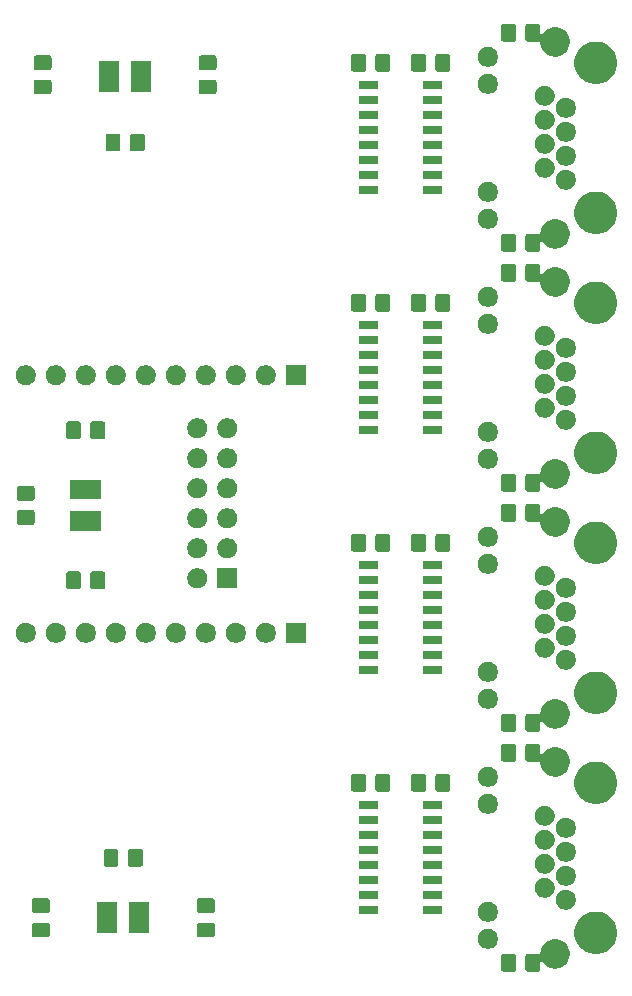
<source format=gbr>
G04 #@! TF.GenerationSoftware,KiCad,Pcbnew,5.0.1+dfsg1-2*
G04 #@! TF.CreationDate,2018-11-18T21:04:06+01:00*
G04 #@! TF.ProjectId,icestick-rj45-shield,696365737469636B2D726A34352D7368,rev?*
G04 #@! TF.SameCoordinates,Original*
G04 #@! TF.FileFunction,Soldermask,Top*
G04 #@! TF.FilePolarity,Negative*
%FSLAX46Y46*%
G04 Gerber Fmt 4.6, Leading zero omitted, Abs format (unit mm)*
G04 Created by KiCad (PCBNEW 5.0.1+dfsg1-2) date So 18 Nov 2018 21:04:06 CET*
%MOMM*%
%LPD*%
G01*
G04 APERTURE LIST*
%ADD10C,0.100000*%
G04 APERTURE END LIST*
D10*
G36*
X184713636Y-132621019D02*
X184894903Y-132657075D01*
X185122571Y-132751378D01*
X185326542Y-132887668D01*
X185327469Y-132888287D01*
X185501713Y-133062531D01*
X185501715Y-133062534D01*
X185638622Y-133267429D01*
X185732925Y-133495097D01*
X185781000Y-133736787D01*
X185781000Y-133983213D01*
X185732925Y-134224903D01*
X185638622Y-134452571D01*
X185555627Y-134576781D01*
X185501713Y-134657469D01*
X185327469Y-134831713D01*
X185327466Y-134831715D01*
X185122571Y-134968622D01*
X184894903Y-135062925D01*
X184714411Y-135098827D01*
X184653214Y-135111000D01*
X184406786Y-135111000D01*
X184345589Y-135098827D01*
X184165097Y-135062925D01*
X183937429Y-134968622D01*
X183732534Y-134831715D01*
X183732531Y-134831713D01*
X183558287Y-134657469D01*
X183504373Y-134576781D01*
X183489931Y-134555167D01*
X183474389Y-134536229D01*
X183455447Y-134520684D01*
X183433836Y-134509132D01*
X183410387Y-134502019D01*
X183386000Y-134499617D01*
X183361614Y-134502019D01*
X183338165Y-134509132D01*
X183316554Y-134520683D01*
X183297612Y-134536228D01*
X183282067Y-134555170D01*
X183270515Y-134576781D01*
X183263402Y-134600230D01*
X183261000Y-134624617D01*
X183261000Y-135163339D01*
X183256535Y-135208677D01*
X183245102Y-135246364D01*
X183226534Y-135281103D01*
X183201548Y-135311548D01*
X183171103Y-135336534D01*
X183136364Y-135355102D01*
X183098677Y-135366535D01*
X183053339Y-135371000D01*
X182216661Y-135371000D01*
X182171323Y-135366535D01*
X182133636Y-135355102D01*
X182098897Y-135336534D01*
X182068452Y-135311548D01*
X182043466Y-135281103D01*
X182024898Y-135246364D01*
X182013465Y-135208677D01*
X182009000Y-135163339D01*
X182009000Y-134076661D01*
X182013465Y-134031323D01*
X182024898Y-133993636D01*
X182043466Y-133958897D01*
X182068452Y-133928452D01*
X182098897Y-133903466D01*
X182133636Y-133884898D01*
X182171323Y-133873465D01*
X182216661Y-133869000D01*
X183053339Y-133869000D01*
X183098674Y-133873465D01*
X183117715Y-133879241D01*
X183141748Y-133884021D01*
X183166253Y-133884021D01*
X183190286Y-133879240D01*
X183212925Y-133869863D01*
X183233300Y-133856249D01*
X183250627Y-133838922D01*
X183264240Y-133818547D01*
X183273618Y-133795908D01*
X183279000Y-133759623D01*
X183279000Y-133736786D01*
X183291086Y-133676025D01*
X183327075Y-133495097D01*
X183421378Y-133267429D01*
X183558285Y-133062534D01*
X183558287Y-133062531D01*
X183732531Y-132888287D01*
X183733458Y-132887668D01*
X183937429Y-132751378D01*
X184165097Y-132657075D01*
X184346364Y-132621019D01*
X184406786Y-132609000D01*
X184653214Y-132609000D01*
X184713636Y-132621019D01*
X184713636Y-132621019D01*
G37*
G36*
X181048677Y-133873465D02*
X181086364Y-133884898D01*
X181121103Y-133903466D01*
X181151548Y-133928452D01*
X181176534Y-133958897D01*
X181195102Y-133993636D01*
X181206535Y-134031323D01*
X181211000Y-134076661D01*
X181211000Y-135163339D01*
X181206535Y-135208677D01*
X181195102Y-135246364D01*
X181176534Y-135281103D01*
X181151548Y-135311548D01*
X181121103Y-135336534D01*
X181086364Y-135355102D01*
X181048677Y-135366535D01*
X181003339Y-135371000D01*
X180166661Y-135371000D01*
X180121323Y-135366535D01*
X180083636Y-135355102D01*
X180048897Y-135336534D01*
X180018452Y-135311548D01*
X179993466Y-135281103D01*
X179974898Y-135246364D01*
X179963465Y-135208677D01*
X179959000Y-135163339D01*
X179959000Y-134076661D01*
X179963465Y-134031323D01*
X179974898Y-133993636D01*
X179993466Y-133958897D01*
X180018452Y-133928452D01*
X180048897Y-133903466D01*
X180083636Y-133884898D01*
X180121323Y-133873465D01*
X180166661Y-133869000D01*
X181003339Y-133869000D01*
X181048677Y-133873465D01*
X181048677Y-133873465D01*
G37*
G36*
X188485331Y-130348211D02*
X188813092Y-130483974D01*
X189108073Y-130681074D01*
X189358926Y-130931927D01*
X189556026Y-131226908D01*
X189691789Y-131554669D01*
X189761000Y-131902616D01*
X189761000Y-132257384D01*
X189691789Y-132605331D01*
X189556026Y-132933092D01*
X189358926Y-133228073D01*
X189108073Y-133478926D01*
X188813092Y-133676026D01*
X188485331Y-133811789D01*
X188137384Y-133881000D01*
X187782616Y-133881000D01*
X187434669Y-133811789D01*
X187106908Y-133676026D01*
X186811927Y-133478926D01*
X186561074Y-133228073D01*
X186363974Y-132933092D01*
X186228211Y-132605331D01*
X186159000Y-132257384D01*
X186159000Y-131902616D01*
X186228211Y-131554669D01*
X186363974Y-131226908D01*
X186561074Y-130931927D01*
X186811927Y-130681074D01*
X187106908Y-130483974D01*
X187434669Y-130348211D01*
X187782616Y-130279000D01*
X188137384Y-130279000D01*
X188485331Y-130348211D01*
X188485331Y-130348211D01*
G37*
G36*
X179068228Y-131771703D02*
X179223100Y-131835853D01*
X179362481Y-131928985D01*
X179481015Y-132047519D01*
X179574147Y-132186900D01*
X179638297Y-132341772D01*
X179671000Y-132506184D01*
X179671000Y-132673816D01*
X179638297Y-132838228D01*
X179574147Y-132993100D01*
X179481015Y-133132481D01*
X179362481Y-133251015D01*
X179223100Y-133344147D01*
X179068228Y-133408297D01*
X178903816Y-133441000D01*
X178736184Y-133441000D01*
X178571772Y-133408297D01*
X178416900Y-133344147D01*
X178277519Y-133251015D01*
X178158985Y-133132481D01*
X178065853Y-132993100D01*
X178001703Y-132838228D01*
X177969000Y-132673816D01*
X177969000Y-132506184D01*
X178001703Y-132341772D01*
X178065853Y-132186900D01*
X178158985Y-132047519D01*
X178277519Y-131928985D01*
X178416900Y-131835853D01*
X178571772Y-131771703D01*
X178736184Y-131739000D01*
X178903816Y-131739000D01*
X179068228Y-131771703D01*
X179068228Y-131771703D01*
G37*
G36*
X141558677Y-131213465D02*
X141596364Y-131224898D01*
X141631103Y-131243466D01*
X141661548Y-131268452D01*
X141686534Y-131298897D01*
X141705102Y-131333636D01*
X141716535Y-131371323D01*
X141721000Y-131416661D01*
X141721000Y-132253339D01*
X141716535Y-132298677D01*
X141705102Y-132336364D01*
X141686534Y-132371103D01*
X141661548Y-132401548D01*
X141631103Y-132426534D01*
X141596364Y-132445102D01*
X141558677Y-132456535D01*
X141513339Y-132461000D01*
X140426661Y-132461000D01*
X140381323Y-132456535D01*
X140343636Y-132445102D01*
X140308897Y-132426534D01*
X140278452Y-132401548D01*
X140253466Y-132371103D01*
X140234898Y-132336364D01*
X140223465Y-132298677D01*
X140219000Y-132253339D01*
X140219000Y-131416661D01*
X140223465Y-131371323D01*
X140234898Y-131333636D01*
X140253466Y-131298897D01*
X140278452Y-131268452D01*
X140308897Y-131243466D01*
X140343636Y-131224898D01*
X140381323Y-131213465D01*
X140426661Y-131209000D01*
X141513339Y-131209000D01*
X141558677Y-131213465D01*
X141558677Y-131213465D01*
G37*
G36*
X155528677Y-131213465D02*
X155566364Y-131224898D01*
X155601103Y-131243466D01*
X155631548Y-131268452D01*
X155656534Y-131298897D01*
X155675102Y-131333636D01*
X155686535Y-131371323D01*
X155691000Y-131416661D01*
X155691000Y-132253339D01*
X155686535Y-132298677D01*
X155675102Y-132336364D01*
X155656534Y-132371103D01*
X155631548Y-132401548D01*
X155601103Y-132426534D01*
X155566364Y-132445102D01*
X155528677Y-132456535D01*
X155483339Y-132461000D01*
X154396661Y-132461000D01*
X154351323Y-132456535D01*
X154313636Y-132445102D01*
X154278897Y-132426534D01*
X154248452Y-132401548D01*
X154223466Y-132371103D01*
X154204898Y-132336364D01*
X154193465Y-132298677D01*
X154189000Y-132253339D01*
X154189000Y-131416661D01*
X154193465Y-131371323D01*
X154204898Y-131333636D01*
X154223466Y-131298897D01*
X154248452Y-131268452D01*
X154278897Y-131243466D01*
X154313636Y-131224898D01*
X154351323Y-131213465D01*
X154396661Y-131209000D01*
X155483339Y-131209000D01*
X155528677Y-131213465D01*
X155528677Y-131213465D01*
G37*
G36*
X150136000Y-132136000D02*
X148474000Y-132136000D01*
X148474000Y-129484000D01*
X150136000Y-129484000D01*
X150136000Y-132136000D01*
X150136000Y-132136000D01*
G37*
G36*
X147436000Y-132136000D02*
X145774000Y-132136000D01*
X145774000Y-129484000D01*
X147436000Y-129484000D01*
X147436000Y-132136000D01*
X147436000Y-132136000D01*
G37*
G36*
X179068228Y-129481703D02*
X179223100Y-129545853D01*
X179362481Y-129638985D01*
X179481015Y-129757519D01*
X179574147Y-129896900D01*
X179638297Y-130051772D01*
X179671000Y-130216184D01*
X179671000Y-130383816D01*
X179638297Y-130548228D01*
X179574147Y-130703100D01*
X179481015Y-130842481D01*
X179362481Y-130961015D01*
X179223100Y-131054147D01*
X179068228Y-131118297D01*
X178903816Y-131151000D01*
X178736184Y-131151000D01*
X178571772Y-131118297D01*
X178416900Y-131054147D01*
X178277519Y-130961015D01*
X178158985Y-130842481D01*
X178065853Y-130703100D01*
X178001703Y-130548228D01*
X177969000Y-130383816D01*
X177969000Y-130216184D01*
X178001703Y-130051772D01*
X178065853Y-129896900D01*
X178158985Y-129757519D01*
X178277519Y-129638985D01*
X178416900Y-129545853D01*
X178571772Y-129481703D01*
X178736184Y-129449000D01*
X178903816Y-129449000D01*
X179068228Y-129481703D01*
X179068228Y-129481703D01*
G37*
G36*
X174951000Y-130526000D02*
X173349000Y-130526000D01*
X173349000Y-129824000D01*
X174951000Y-129824000D01*
X174951000Y-130526000D01*
X174951000Y-130526000D01*
G37*
G36*
X169551000Y-130526000D02*
X167949000Y-130526000D01*
X167949000Y-129824000D01*
X169551000Y-129824000D01*
X169551000Y-130526000D01*
X169551000Y-130526000D01*
G37*
G36*
X155528677Y-129163465D02*
X155566364Y-129174898D01*
X155601103Y-129193466D01*
X155631548Y-129218452D01*
X155656534Y-129248897D01*
X155675102Y-129283636D01*
X155686535Y-129321323D01*
X155691000Y-129366661D01*
X155691000Y-130203339D01*
X155686535Y-130248677D01*
X155675102Y-130286364D01*
X155656534Y-130321103D01*
X155631548Y-130351548D01*
X155601103Y-130376534D01*
X155566364Y-130395102D01*
X155528677Y-130406535D01*
X155483339Y-130411000D01*
X154396661Y-130411000D01*
X154351323Y-130406535D01*
X154313636Y-130395102D01*
X154278897Y-130376534D01*
X154248452Y-130351548D01*
X154223466Y-130321103D01*
X154204898Y-130286364D01*
X154193465Y-130248677D01*
X154189000Y-130203339D01*
X154189000Y-129366661D01*
X154193465Y-129321323D01*
X154204898Y-129283636D01*
X154223466Y-129248897D01*
X154248452Y-129218452D01*
X154278897Y-129193466D01*
X154313636Y-129174898D01*
X154351323Y-129163465D01*
X154396661Y-129159000D01*
X155483339Y-129159000D01*
X155528677Y-129163465D01*
X155528677Y-129163465D01*
G37*
G36*
X141558677Y-129163465D02*
X141596364Y-129174898D01*
X141631103Y-129193466D01*
X141661548Y-129218452D01*
X141686534Y-129248897D01*
X141705102Y-129283636D01*
X141716535Y-129321323D01*
X141721000Y-129366661D01*
X141721000Y-130203339D01*
X141716535Y-130248677D01*
X141705102Y-130286364D01*
X141686534Y-130321103D01*
X141661548Y-130351548D01*
X141631103Y-130376534D01*
X141596364Y-130395102D01*
X141558677Y-130406535D01*
X141513339Y-130411000D01*
X140426661Y-130411000D01*
X140381323Y-130406535D01*
X140343636Y-130395102D01*
X140308897Y-130376534D01*
X140278452Y-130351548D01*
X140253466Y-130321103D01*
X140234898Y-130286364D01*
X140223465Y-130248677D01*
X140219000Y-130203339D01*
X140219000Y-129366661D01*
X140223465Y-129321323D01*
X140234898Y-129283636D01*
X140253466Y-129248897D01*
X140278452Y-129218452D01*
X140308897Y-129193466D01*
X140343636Y-129174898D01*
X140381323Y-129163465D01*
X140426661Y-129159000D01*
X141513339Y-129159000D01*
X141558677Y-129163465D01*
X141558677Y-129163465D01*
G37*
G36*
X185668228Y-128456703D02*
X185823100Y-128520853D01*
X185962481Y-128613985D01*
X186081015Y-128732519D01*
X186174147Y-128871900D01*
X186238297Y-129026772D01*
X186271000Y-129191184D01*
X186271000Y-129358816D01*
X186238297Y-129523228D01*
X186174147Y-129678100D01*
X186081015Y-129817481D01*
X185962481Y-129936015D01*
X185823100Y-130029147D01*
X185668228Y-130093297D01*
X185503816Y-130126000D01*
X185336184Y-130126000D01*
X185171772Y-130093297D01*
X185016900Y-130029147D01*
X184877519Y-129936015D01*
X184758985Y-129817481D01*
X184665853Y-129678100D01*
X184601703Y-129523228D01*
X184569000Y-129358816D01*
X184569000Y-129191184D01*
X184601703Y-129026772D01*
X184665853Y-128871900D01*
X184758985Y-128732519D01*
X184877519Y-128613985D01*
X185016900Y-128520853D01*
X185171772Y-128456703D01*
X185336184Y-128424000D01*
X185503816Y-128424000D01*
X185668228Y-128456703D01*
X185668228Y-128456703D01*
G37*
G36*
X169551000Y-129256000D02*
X167949000Y-129256000D01*
X167949000Y-128554000D01*
X169551000Y-128554000D01*
X169551000Y-129256000D01*
X169551000Y-129256000D01*
G37*
G36*
X174951000Y-129256000D02*
X173349000Y-129256000D01*
X173349000Y-128554000D01*
X174951000Y-128554000D01*
X174951000Y-129256000D01*
X174951000Y-129256000D01*
G37*
G36*
X183888228Y-127441703D02*
X184043100Y-127505853D01*
X184182481Y-127598985D01*
X184301015Y-127717519D01*
X184394147Y-127856900D01*
X184458297Y-128011772D01*
X184491000Y-128176184D01*
X184491000Y-128343816D01*
X184458297Y-128508228D01*
X184394147Y-128663100D01*
X184301015Y-128802481D01*
X184182481Y-128921015D01*
X184043100Y-129014147D01*
X183888228Y-129078297D01*
X183723816Y-129111000D01*
X183556184Y-129111000D01*
X183391772Y-129078297D01*
X183236900Y-129014147D01*
X183097519Y-128921015D01*
X182978985Y-128802481D01*
X182885853Y-128663100D01*
X182821703Y-128508228D01*
X182789000Y-128343816D01*
X182789000Y-128176184D01*
X182821703Y-128011772D01*
X182885853Y-127856900D01*
X182978985Y-127717519D01*
X183097519Y-127598985D01*
X183236900Y-127505853D01*
X183391772Y-127441703D01*
X183556184Y-127409000D01*
X183723816Y-127409000D01*
X183888228Y-127441703D01*
X183888228Y-127441703D01*
G37*
G36*
X185668228Y-126426703D02*
X185823100Y-126490853D01*
X185962481Y-126583985D01*
X186081015Y-126702519D01*
X186174147Y-126841900D01*
X186238297Y-126996772D01*
X186271000Y-127161184D01*
X186271000Y-127328816D01*
X186238297Y-127493228D01*
X186174147Y-127648100D01*
X186081015Y-127787481D01*
X185962481Y-127906015D01*
X185823100Y-127999147D01*
X185668228Y-128063297D01*
X185503816Y-128096000D01*
X185336184Y-128096000D01*
X185171772Y-128063297D01*
X185016900Y-127999147D01*
X184877519Y-127906015D01*
X184758985Y-127787481D01*
X184665853Y-127648100D01*
X184601703Y-127493228D01*
X184569000Y-127328816D01*
X184569000Y-127161184D01*
X184601703Y-126996772D01*
X184665853Y-126841900D01*
X184758985Y-126702519D01*
X184877519Y-126583985D01*
X185016900Y-126490853D01*
X185171772Y-126426703D01*
X185336184Y-126394000D01*
X185503816Y-126394000D01*
X185668228Y-126426703D01*
X185668228Y-126426703D01*
G37*
G36*
X169551000Y-127986000D02*
X167949000Y-127986000D01*
X167949000Y-127284000D01*
X169551000Y-127284000D01*
X169551000Y-127986000D01*
X169551000Y-127986000D01*
G37*
G36*
X174951000Y-127986000D02*
X173349000Y-127986000D01*
X173349000Y-127284000D01*
X174951000Y-127284000D01*
X174951000Y-127986000D01*
X174951000Y-127986000D01*
G37*
G36*
X183888228Y-125411703D02*
X184043100Y-125475853D01*
X184182481Y-125568985D01*
X184301015Y-125687519D01*
X184394147Y-125826900D01*
X184458297Y-125981772D01*
X184491000Y-126146184D01*
X184491000Y-126313816D01*
X184458297Y-126478228D01*
X184394147Y-126633100D01*
X184301015Y-126772481D01*
X184182481Y-126891015D01*
X184043100Y-126984147D01*
X183888228Y-127048297D01*
X183723816Y-127081000D01*
X183556184Y-127081000D01*
X183391772Y-127048297D01*
X183236900Y-126984147D01*
X183097519Y-126891015D01*
X182978985Y-126772481D01*
X182885853Y-126633100D01*
X182821703Y-126478228D01*
X182789000Y-126313816D01*
X182789000Y-126146184D01*
X182821703Y-125981772D01*
X182885853Y-125826900D01*
X182978985Y-125687519D01*
X183097519Y-125568985D01*
X183236900Y-125475853D01*
X183391772Y-125411703D01*
X183556184Y-125379000D01*
X183723816Y-125379000D01*
X183888228Y-125411703D01*
X183888228Y-125411703D01*
G37*
G36*
X174951000Y-126716000D02*
X173349000Y-126716000D01*
X173349000Y-126014000D01*
X174951000Y-126014000D01*
X174951000Y-126716000D01*
X174951000Y-126716000D01*
G37*
G36*
X169551000Y-126716000D02*
X167949000Y-126716000D01*
X167949000Y-126014000D01*
X169551000Y-126014000D01*
X169551000Y-126716000D01*
X169551000Y-126716000D01*
G37*
G36*
X149443677Y-124983465D02*
X149481364Y-124994898D01*
X149516103Y-125013466D01*
X149546548Y-125038452D01*
X149571534Y-125068897D01*
X149590102Y-125103636D01*
X149601535Y-125141323D01*
X149606000Y-125186661D01*
X149606000Y-126273339D01*
X149601535Y-126318677D01*
X149590102Y-126356364D01*
X149571534Y-126391103D01*
X149546548Y-126421548D01*
X149516103Y-126446534D01*
X149481364Y-126465102D01*
X149443677Y-126476535D01*
X149398339Y-126481000D01*
X148561661Y-126481000D01*
X148516323Y-126476535D01*
X148478636Y-126465102D01*
X148443897Y-126446534D01*
X148413452Y-126421548D01*
X148388466Y-126391103D01*
X148369898Y-126356364D01*
X148358465Y-126318677D01*
X148354000Y-126273339D01*
X148354000Y-125186661D01*
X148358465Y-125141323D01*
X148369898Y-125103636D01*
X148388466Y-125068897D01*
X148413452Y-125038452D01*
X148443897Y-125013466D01*
X148478636Y-124994898D01*
X148516323Y-124983465D01*
X148561661Y-124979000D01*
X149398339Y-124979000D01*
X149443677Y-124983465D01*
X149443677Y-124983465D01*
G37*
G36*
X147393677Y-124983465D02*
X147431364Y-124994898D01*
X147466103Y-125013466D01*
X147496548Y-125038452D01*
X147521534Y-125068897D01*
X147540102Y-125103636D01*
X147551535Y-125141323D01*
X147556000Y-125186661D01*
X147556000Y-126273339D01*
X147551535Y-126318677D01*
X147540102Y-126356364D01*
X147521534Y-126391103D01*
X147496548Y-126421548D01*
X147466103Y-126446534D01*
X147431364Y-126465102D01*
X147393677Y-126476535D01*
X147348339Y-126481000D01*
X146511661Y-126481000D01*
X146466323Y-126476535D01*
X146428636Y-126465102D01*
X146393897Y-126446534D01*
X146363452Y-126421548D01*
X146338466Y-126391103D01*
X146319898Y-126356364D01*
X146308465Y-126318677D01*
X146304000Y-126273339D01*
X146304000Y-125186661D01*
X146308465Y-125141323D01*
X146319898Y-125103636D01*
X146338466Y-125068897D01*
X146363452Y-125038452D01*
X146393897Y-125013466D01*
X146428636Y-124994898D01*
X146466323Y-124983465D01*
X146511661Y-124979000D01*
X147348339Y-124979000D01*
X147393677Y-124983465D01*
X147393677Y-124983465D01*
G37*
G36*
X185668228Y-124396703D02*
X185823100Y-124460853D01*
X185962481Y-124553985D01*
X186081015Y-124672519D01*
X186174147Y-124811900D01*
X186238297Y-124966772D01*
X186271000Y-125131184D01*
X186271000Y-125298816D01*
X186238297Y-125463228D01*
X186174147Y-125618100D01*
X186081015Y-125757481D01*
X185962481Y-125876015D01*
X185823100Y-125969147D01*
X185668228Y-126033297D01*
X185503816Y-126066000D01*
X185336184Y-126066000D01*
X185171772Y-126033297D01*
X185016900Y-125969147D01*
X184877519Y-125876015D01*
X184758985Y-125757481D01*
X184665853Y-125618100D01*
X184601703Y-125463228D01*
X184569000Y-125298816D01*
X184569000Y-125131184D01*
X184601703Y-124966772D01*
X184665853Y-124811900D01*
X184758985Y-124672519D01*
X184877519Y-124553985D01*
X185016900Y-124460853D01*
X185171772Y-124396703D01*
X185336184Y-124364000D01*
X185503816Y-124364000D01*
X185668228Y-124396703D01*
X185668228Y-124396703D01*
G37*
G36*
X169551000Y-125446000D02*
X167949000Y-125446000D01*
X167949000Y-124744000D01*
X169551000Y-124744000D01*
X169551000Y-125446000D01*
X169551000Y-125446000D01*
G37*
G36*
X174951000Y-125446000D02*
X173349000Y-125446000D01*
X173349000Y-124744000D01*
X174951000Y-124744000D01*
X174951000Y-125446000D01*
X174951000Y-125446000D01*
G37*
G36*
X183888228Y-123381703D02*
X184043100Y-123445853D01*
X184182481Y-123538985D01*
X184301015Y-123657519D01*
X184394147Y-123796900D01*
X184458297Y-123951772D01*
X184491000Y-124116184D01*
X184491000Y-124283816D01*
X184458297Y-124448228D01*
X184394147Y-124603100D01*
X184301015Y-124742481D01*
X184182481Y-124861015D01*
X184043100Y-124954147D01*
X183888228Y-125018297D01*
X183723816Y-125051000D01*
X183556184Y-125051000D01*
X183391772Y-125018297D01*
X183236900Y-124954147D01*
X183097519Y-124861015D01*
X182978985Y-124742481D01*
X182885853Y-124603100D01*
X182821703Y-124448228D01*
X182789000Y-124283816D01*
X182789000Y-124116184D01*
X182821703Y-123951772D01*
X182885853Y-123796900D01*
X182978985Y-123657519D01*
X183097519Y-123538985D01*
X183236900Y-123445853D01*
X183391772Y-123381703D01*
X183556184Y-123349000D01*
X183723816Y-123349000D01*
X183888228Y-123381703D01*
X183888228Y-123381703D01*
G37*
G36*
X169551000Y-124176000D02*
X167949000Y-124176000D01*
X167949000Y-123474000D01*
X169551000Y-123474000D01*
X169551000Y-124176000D01*
X169551000Y-124176000D01*
G37*
G36*
X174951000Y-124176000D02*
X173349000Y-124176000D01*
X173349000Y-123474000D01*
X174951000Y-123474000D01*
X174951000Y-124176000D01*
X174951000Y-124176000D01*
G37*
G36*
X185668228Y-122366703D02*
X185823100Y-122430853D01*
X185962481Y-122523985D01*
X186081015Y-122642519D01*
X186174147Y-122781900D01*
X186238297Y-122936772D01*
X186271000Y-123101184D01*
X186271000Y-123268816D01*
X186238297Y-123433228D01*
X186174147Y-123588100D01*
X186081015Y-123727481D01*
X185962481Y-123846015D01*
X185823100Y-123939147D01*
X185668228Y-124003297D01*
X185503816Y-124036000D01*
X185336184Y-124036000D01*
X185171772Y-124003297D01*
X185016900Y-123939147D01*
X184877519Y-123846015D01*
X184758985Y-123727481D01*
X184665853Y-123588100D01*
X184601703Y-123433228D01*
X184569000Y-123268816D01*
X184569000Y-123101184D01*
X184601703Y-122936772D01*
X184665853Y-122781900D01*
X184758985Y-122642519D01*
X184877519Y-122523985D01*
X185016900Y-122430853D01*
X185171772Y-122366703D01*
X185336184Y-122334000D01*
X185503816Y-122334000D01*
X185668228Y-122366703D01*
X185668228Y-122366703D01*
G37*
G36*
X183888228Y-121351703D02*
X184043100Y-121415853D01*
X184182481Y-121508985D01*
X184301015Y-121627519D01*
X184394147Y-121766900D01*
X184458297Y-121921772D01*
X184491000Y-122086184D01*
X184491000Y-122253816D01*
X184458297Y-122418228D01*
X184394147Y-122573100D01*
X184301015Y-122712481D01*
X184182481Y-122831015D01*
X184043100Y-122924147D01*
X183888228Y-122988297D01*
X183723816Y-123021000D01*
X183556184Y-123021000D01*
X183391772Y-122988297D01*
X183236900Y-122924147D01*
X183097519Y-122831015D01*
X182978985Y-122712481D01*
X182885853Y-122573100D01*
X182821703Y-122418228D01*
X182789000Y-122253816D01*
X182789000Y-122086184D01*
X182821703Y-121921772D01*
X182885853Y-121766900D01*
X182978985Y-121627519D01*
X183097519Y-121508985D01*
X183236900Y-121415853D01*
X183391772Y-121351703D01*
X183556184Y-121319000D01*
X183723816Y-121319000D01*
X183888228Y-121351703D01*
X183888228Y-121351703D01*
G37*
G36*
X169551000Y-122906000D02*
X167949000Y-122906000D01*
X167949000Y-122204000D01*
X169551000Y-122204000D01*
X169551000Y-122906000D01*
X169551000Y-122906000D01*
G37*
G36*
X174951000Y-122906000D02*
X173349000Y-122906000D01*
X173349000Y-122204000D01*
X174951000Y-122204000D01*
X174951000Y-122906000D01*
X174951000Y-122906000D01*
G37*
G36*
X179068228Y-120341703D02*
X179223100Y-120405853D01*
X179362481Y-120498985D01*
X179481015Y-120617519D01*
X179574147Y-120756900D01*
X179638297Y-120911772D01*
X179671000Y-121076184D01*
X179671000Y-121243816D01*
X179638297Y-121408228D01*
X179574147Y-121563100D01*
X179481015Y-121702481D01*
X179362481Y-121821015D01*
X179223100Y-121914147D01*
X179068228Y-121978297D01*
X178903816Y-122011000D01*
X178736184Y-122011000D01*
X178571772Y-121978297D01*
X178416900Y-121914147D01*
X178277519Y-121821015D01*
X178158985Y-121702481D01*
X178065853Y-121563100D01*
X178001703Y-121408228D01*
X177969000Y-121243816D01*
X177969000Y-121076184D01*
X178001703Y-120911772D01*
X178065853Y-120756900D01*
X178158985Y-120617519D01*
X178277519Y-120498985D01*
X178416900Y-120405853D01*
X178571772Y-120341703D01*
X178736184Y-120309000D01*
X178903816Y-120309000D01*
X179068228Y-120341703D01*
X179068228Y-120341703D01*
G37*
G36*
X169551000Y-121636000D02*
X167949000Y-121636000D01*
X167949000Y-120934000D01*
X169551000Y-120934000D01*
X169551000Y-121636000D01*
X169551000Y-121636000D01*
G37*
G36*
X174951000Y-121636000D02*
X173349000Y-121636000D01*
X173349000Y-120934000D01*
X174951000Y-120934000D01*
X174951000Y-121636000D01*
X174951000Y-121636000D01*
G37*
G36*
X188485331Y-117648211D02*
X188813092Y-117783974D01*
X189108073Y-117981074D01*
X189358926Y-118231927D01*
X189556026Y-118526908D01*
X189691789Y-118854669D01*
X189761000Y-119202616D01*
X189761000Y-119557384D01*
X189691789Y-119905331D01*
X189556026Y-120233092D01*
X189358926Y-120528073D01*
X189108073Y-120778926D01*
X188813092Y-120976026D01*
X188485331Y-121111789D01*
X188137384Y-121181000D01*
X187782616Y-121181000D01*
X187434669Y-121111789D01*
X187106908Y-120976026D01*
X186811927Y-120778926D01*
X186561074Y-120528073D01*
X186363974Y-120233092D01*
X186228211Y-119905331D01*
X186159000Y-119557384D01*
X186159000Y-119202616D01*
X186228211Y-118854669D01*
X186363974Y-118526908D01*
X186561074Y-118231927D01*
X186811927Y-117981074D01*
X187106908Y-117783974D01*
X187434669Y-117648211D01*
X187782616Y-117579000D01*
X188137384Y-117579000D01*
X188485331Y-117648211D01*
X188485331Y-117648211D01*
G37*
G36*
X168348677Y-118633465D02*
X168386364Y-118644898D01*
X168421103Y-118663466D01*
X168451548Y-118688452D01*
X168476534Y-118718897D01*
X168495102Y-118753636D01*
X168506535Y-118791323D01*
X168511000Y-118836661D01*
X168511000Y-119923339D01*
X168506535Y-119968677D01*
X168495102Y-120006364D01*
X168476534Y-120041103D01*
X168451548Y-120071548D01*
X168421103Y-120096534D01*
X168386364Y-120115102D01*
X168348677Y-120126535D01*
X168303339Y-120131000D01*
X167466661Y-120131000D01*
X167421323Y-120126535D01*
X167383636Y-120115102D01*
X167348897Y-120096534D01*
X167318452Y-120071548D01*
X167293466Y-120041103D01*
X167274898Y-120006364D01*
X167263465Y-119968677D01*
X167259000Y-119923339D01*
X167259000Y-118836661D01*
X167263465Y-118791323D01*
X167274898Y-118753636D01*
X167293466Y-118718897D01*
X167318452Y-118688452D01*
X167348897Y-118663466D01*
X167383636Y-118644898D01*
X167421323Y-118633465D01*
X167466661Y-118629000D01*
X168303339Y-118629000D01*
X168348677Y-118633465D01*
X168348677Y-118633465D01*
G37*
G36*
X170398677Y-118633465D02*
X170436364Y-118644898D01*
X170471103Y-118663466D01*
X170501548Y-118688452D01*
X170526534Y-118718897D01*
X170545102Y-118753636D01*
X170556535Y-118791323D01*
X170561000Y-118836661D01*
X170561000Y-119923339D01*
X170556535Y-119968677D01*
X170545102Y-120006364D01*
X170526534Y-120041103D01*
X170501548Y-120071548D01*
X170471103Y-120096534D01*
X170436364Y-120115102D01*
X170398677Y-120126535D01*
X170353339Y-120131000D01*
X169516661Y-120131000D01*
X169471323Y-120126535D01*
X169433636Y-120115102D01*
X169398897Y-120096534D01*
X169368452Y-120071548D01*
X169343466Y-120041103D01*
X169324898Y-120006364D01*
X169313465Y-119968677D01*
X169309000Y-119923339D01*
X169309000Y-118836661D01*
X169313465Y-118791323D01*
X169324898Y-118753636D01*
X169343466Y-118718897D01*
X169368452Y-118688452D01*
X169398897Y-118663466D01*
X169433636Y-118644898D01*
X169471323Y-118633465D01*
X169516661Y-118629000D01*
X170353339Y-118629000D01*
X170398677Y-118633465D01*
X170398677Y-118633465D01*
G37*
G36*
X173428677Y-118633465D02*
X173466364Y-118644898D01*
X173501103Y-118663466D01*
X173531548Y-118688452D01*
X173556534Y-118718897D01*
X173575102Y-118753636D01*
X173586535Y-118791323D01*
X173591000Y-118836661D01*
X173591000Y-119923339D01*
X173586535Y-119968677D01*
X173575102Y-120006364D01*
X173556534Y-120041103D01*
X173531548Y-120071548D01*
X173501103Y-120096534D01*
X173466364Y-120115102D01*
X173428677Y-120126535D01*
X173383339Y-120131000D01*
X172546661Y-120131000D01*
X172501323Y-120126535D01*
X172463636Y-120115102D01*
X172428897Y-120096534D01*
X172398452Y-120071548D01*
X172373466Y-120041103D01*
X172354898Y-120006364D01*
X172343465Y-119968677D01*
X172339000Y-119923339D01*
X172339000Y-118836661D01*
X172343465Y-118791323D01*
X172354898Y-118753636D01*
X172373466Y-118718897D01*
X172398452Y-118688452D01*
X172428897Y-118663466D01*
X172463636Y-118644898D01*
X172501323Y-118633465D01*
X172546661Y-118629000D01*
X173383339Y-118629000D01*
X173428677Y-118633465D01*
X173428677Y-118633465D01*
G37*
G36*
X175478677Y-118633465D02*
X175516364Y-118644898D01*
X175551103Y-118663466D01*
X175581548Y-118688452D01*
X175606534Y-118718897D01*
X175625102Y-118753636D01*
X175636535Y-118791323D01*
X175641000Y-118836661D01*
X175641000Y-119923339D01*
X175636535Y-119968677D01*
X175625102Y-120006364D01*
X175606534Y-120041103D01*
X175581548Y-120071548D01*
X175551103Y-120096534D01*
X175516364Y-120115102D01*
X175478677Y-120126535D01*
X175433339Y-120131000D01*
X174596661Y-120131000D01*
X174551323Y-120126535D01*
X174513636Y-120115102D01*
X174478897Y-120096534D01*
X174448452Y-120071548D01*
X174423466Y-120041103D01*
X174404898Y-120006364D01*
X174393465Y-119968677D01*
X174389000Y-119923339D01*
X174389000Y-118836661D01*
X174393465Y-118791323D01*
X174404898Y-118753636D01*
X174423466Y-118718897D01*
X174448452Y-118688452D01*
X174478897Y-118663466D01*
X174513636Y-118644898D01*
X174551323Y-118633465D01*
X174596661Y-118629000D01*
X175433339Y-118629000D01*
X175478677Y-118633465D01*
X175478677Y-118633465D01*
G37*
G36*
X179068228Y-118051703D02*
X179223100Y-118115853D01*
X179362481Y-118208985D01*
X179481015Y-118327519D01*
X179574147Y-118466900D01*
X179638297Y-118621772D01*
X179671000Y-118786184D01*
X179671000Y-118953816D01*
X179638297Y-119118228D01*
X179574147Y-119273100D01*
X179481015Y-119412481D01*
X179362481Y-119531015D01*
X179223100Y-119624147D01*
X179068228Y-119688297D01*
X178903816Y-119721000D01*
X178736184Y-119721000D01*
X178571772Y-119688297D01*
X178416900Y-119624147D01*
X178277519Y-119531015D01*
X178158985Y-119412481D01*
X178065853Y-119273100D01*
X178001703Y-119118228D01*
X177969000Y-118953816D01*
X177969000Y-118786184D01*
X178001703Y-118621772D01*
X178065853Y-118466900D01*
X178158985Y-118327519D01*
X178277519Y-118208985D01*
X178416900Y-118115853D01*
X178571772Y-118051703D01*
X178736184Y-118019000D01*
X178903816Y-118019000D01*
X179068228Y-118051703D01*
X179068228Y-118051703D01*
G37*
G36*
X183098677Y-116093465D02*
X183136364Y-116104898D01*
X183171103Y-116123466D01*
X183201548Y-116148452D01*
X183226534Y-116178897D01*
X183245102Y-116213636D01*
X183256535Y-116251323D01*
X183261000Y-116296661D01*
X183261000Y-116835383D01*
X183263402Y-116859769D01*
X183270515Y-116883218D01*
X183282066Y-116904829D01*
X183297612Y-116923771D01*
X183316554Y-116939317D01*
X183338165Y-116950868D01*
X183361614Y-116957981D01*
X183386000Y-116960383D01*
X183410386Y-116957981D01*
X183433835Y-116950868D01*
X183455446Y-116939317D01*
X183474388Y-116923771D01*
X183489931Y-116904833D01*
X183558285Y-116802534D01*
X183558287Y-116802531D01*
X183732531Y-116628287D01*
X183733458Y-116627668D01*
X183937429Y-116491378D01*
X184165097Y-116397075D01*
X184346364Y-116361019D01*
X184406786Y-116349000D01*
X184653214Y-116349000D01*
X184713636Y-116361019D01*
X184894903Y-116397075D01*
X185122571Y-116491378D01*
X185326542Y-116627668D01*
X185327469Y-116628287D01*
X185501713Y-116802531D01*
X185501715Y-116802534D01*
X185638622Y-117007429D01*
X185732925Y-117235097D01*
X185781000Y-117476787D01*
X185781000Y-117723213D01*
X185732925Y-117964903D01*
X185638622Y-118192571D01*
X185548452Y-118327519D01*
X185501713Y-118397469D01*
X185327469Y-118571713D01*
X185327466Y-118571715D01*
X185122571Y-118708622D01*
X184894903Y-118802925D01*
X184725300Y-118836661D01*
X184653214Y-118851000D01*
X184406786Y-118851000D01*
X184334700Y-118836661D01*
X184165097Y-118802925D01*
X183937429Y-118708622D01*
X183732534Y-118571715D01*
X183732531Y-118571713D01*
X183558287Y-118397469D01*
X183511548Y-118327519D01*
X183421378Y-118192571D01*
X183327075Y-117964903D01*
X183279000Y-117723213D01*
X183279000Y-117700377D01*
X183276598Y-117675991D01*
X183269485Y-117652542D01*
X183257934Y-117630931D01*
X183242388Y-117611989D01*
X183223446Y-117596443D01*
X183201835Y-117584892D01*
X183178386Y-117577779D01*
X183154000Y-117575377D01*
X183117715Y-117580759D01*
X183098674Y-117586535D01*
X183053339Y-117591000D01*
X182216661Y-117591000D01*
X182171323Y-117586535D01*
X182133636Y-117575102D01*
X182098897Y-117556534D01*
X182068452Y-117531548D01*
X182043466Y-117501103D01*
X182024898Y-117466364D01*
X182013465Y-117428677D01*
X182009000Y-117383339D01*
X182009000Y-116296661D01*
X182013465Y-116251323D01*
X182024898Y-116213636D01*
X182043466Y-116178897D01*
X182068452Y-116148452D01*
X182098897Y-116123466D01*
X182133636Y-116104898D01*
X182171323Y-116093465D01*
X182216661Y-116089000D01*
X183053339Y-116089000D01*
X183098677Y-116093465D01*
X183098677Y-116093465D01*
G37*
G36*
X181048677Y-116093465D02*
X181086364Y-116104898D01*
X181121103Y-116123466D01*
X181151548Y-116148452D01*
X181176534Y-116178897D01*
X181195102Y-116213636D01*
X181206535Y-116251323D01*
X181211000Y-116296661D01*
X181211000Y-117383339D01*
X181206535Y-117428677D01*
X181195102Y-117466364D01*
X181176534Y-117501103D01*
X181151548Y-117531548D01*
X181121103Y-117556534D01*
X181086364Y-117575102D01*
X181048677Y-117586535D01*
X181003339Y-117591000D01*
X180166661Y-117591000D01*
X180121323Y-117586535D01*
X180083636Y-117575102D01*
X180048897Y-117556534D01*
X180018452Y-117531548D01*
X179993466Y-117501103D01*
X179974898Y-117466364D01*
X179963465Y-117428677D01*
X179959000Y-117383339D01*
X179959000Y-116296661D01*
X179963465Y-116251323D01*
X179974898Y-116213636D01*
X179993466Y-116178897D01*
X180018452Y-116148452D01*
X180048897Y-116123466D01*
X180083636Y-116104898D01*
X180121323Y-116093465D01*
X180166661Y-116089000D01*
X181003339Y-116089000D01*
X181048677Y-116093465D01*
X181048677Y-116093465D01*
G37*
G36*
X181048677Y-113553465D02*
X181086364Y-113564898D01*
X181121103Y-113583466D01*
X181151548Y-113608452D01*
X181176534Y-113638897D01*
X181195102Y-113673636D01*
X181206535Y-113711323D01*
X181211000Y-113756661D01*
X181211000Y-114843339D01*
X181206535Y-114888677D01*
X181195102Y-114926364D01*
X181176534Y-114961103D01*
X181151548Y-114991548D01*
X181121103Y-115016534D01*
X181086364Y-115035102D01*
X181048677Y-115046535D01*
X181003339Y-115051000D01*
X180166661Y-115051000D01*
X180121323Y-115046535D01*
X180083636Y-115035102D01*
X180048897Y-115016534D01*
X180018452Y-114991548D01*
X179993466Y-114961103D01*
X179974898Y-114926364D01*
X179963465Y-114888677D01*
X179959000Y-114843339D01*
X179959000Y-113756661D01*
X179963465Y-113711323D01*
X179974898Y-113673636D01*
X179993466Y-113638897D01*
X180018452Y-113608452D01*
X180048897Y-113583466D01*
X180083636Y-113564898D01*
X180121323Y-113553465D01*
X180166661Y-113549000D01*
X181003339Y-113549000D01*
X181048677Y-113553465D01*
X181048677Y-113553465D01*
G37*
G36*
X184713635Y-112301019D02*
X184894903Y-112337075D01*
X185122571Y-112431378D01*
X185326542Y-112567668D01*
X185327469Y-112568287D01*
X185501713Y-112742531D01*
X185501715Y-112742534D01*
X185638622Y-112947429D01*
X185732925Y-113175097D01*
X185781000Y-113416787D01*
X185781000Y-113663213D01*
X185732925Y-113904903D01*
X185638622Y-114132571D01*
X185555627Y-114256781D01*
X185501713Y-114337469D01*
X185327469Y-114511713D01*
X185327466Y-114511715D01*
X185122571Y-114648622D01*
X184894903Y-114742925D01*
X184714411Y-114778827D01*
X184653214Y-114791000D01*
X184406786Y-114791000D01*
X184345589Y-114778827D01*
X184165097Y-114742925D01*
X183937429Y-114648622D01*
X183732534Y-114511715D01*
X183732531Y-114511713D01*
X183558287Y-114337469D01*
X183504373Y-114256781D01*
X183489931Y-114235167D01*
X183474389Y-114216229D01*
X183455447Y-114200684D01*
X183433836Y-114189132D01*
X183410387Y-114182019D01*
X183386000Y-114179617D01*
X183361614Y-114182019D01*
X183338165Y-114189132D01*
X183316554Y-114200683D01*
X183297612Y-114216228D01*
X183282067Y-114235170D01*
X183270515Y-114256781D01*
X183263402Y-114280230D01*
X183261000Y-114304617D01*
X183261000Y-114843339D01*
X183256535Y-114888677D01*
X183245102Y-114926364D01*
X183226534Y-114961103D01*
X183201548Y-114991548D01*
X183171103Y-115016534D01*
X183136364Y-115035102D01*
X183098677Y-115046535D01*
X183053339Y-115051000D01*
X182216661Y-115051000D01*
X182171323Y-115046535D01*
X182133636Y-115035102D01*
X182098897Y-115016534D01*
X182068452Y-114991548D01*
X182043466Y-114961103D01*
X182024898Y-114926364D01*
X182013465Y-114888677D01*
X182009000Y-114843339D01*
X182009000Y-113756661D01*
X182013465Y-113711323D01*
X182024898Y-113673636D01*
X182043466Y-113638897D01*
X182068452Y-113608452D01*
X182098897Y-113583466D01*
X182133636Y-113564898D01*
X182171323Y-113553465D01*
X182216661Y-113549000D01*
X183053339Y-113549000D01*
X183098674Y-113553465D01*
X183117715Y-113559241D01*
X183141748Y-113564021D01*
X183166253Y-113564021D01*
X183190286Y-113559240D01*
X183212925Y-113549863D01*
X183233300Y-113536249D01*
X183250627Y-113518922D01*
X183264240Y-113498547D01*
X183273618Y-113475908D01*
X183279000Y-113439623D01*
X183279000Y-113416786D01*
X183291086Y-113356025D01*
X183327075Y-113175097D01*
X183421378Y-112947429D01*
X183558285Y-112742534D01*
X183558287Y-112742531D01*
X183732531Y-112568287D01*
X183733458Y-112567668D01*
X183937429Y-112431378D01*
X184165097Y-112337075D01*
X184346365Y-112301019D01*
X184406786Y-112289000D01*
X184653214Y-112289000D01*
X184713635Y-112301019D01*
X184713635Y-112301019D01*
G37*
G36*
X188485331Y-110028211D02*
X188813092Y-110163974D01*
X189108073Y-110361074D01*
X189358926Y-110611927D01*
X189556026Y-110906908D01*
X189691789Y-111234669D01*
X189761000Y-111582616D01*
X189761000Y-111937384D01*
X189691789Y-112285331D01*
X189556026Y-112613092D01*
X189358926Y-112908073D01*
X189108073Y-113158926D01*
X188813092Y-113356026D01*
X188485331Y-113491789D01*
X188137384Y-113561000D01*
X187782616Y-113561000D01*
X187434669Y-113491789D01*
X187106908Y-113356026D01*
X186811927Y-113158926D01*
X186561074Y-112908073D01*
X186363974Y-112613092D01*
X186228211Y-112285331D01*
X186159000Y-111937384D01*
X186159000Y-111582616D01*
X186228211Y-111234669D01*
X186363974Y-110906908D01*
X186561074Y-110611927D01*
X186811927Y-110361074D01*
X187106908Y-110163974D01*
X187434669Y-110028211D01*
X187782616Y-109959000D01*
X188137384Y-109959000D01*
X188485331Y-110028211D01*
X188485331Y-110028211D01*
G37*
G36*
X179068228Y-111451703D02*
X179223100Y-111515853D01*
X179362481Y-111608985D01*
X179481015Y-111727519D01*
X179574147Y-111866900D01*
X179638297Y-112021772D01*
X179671000Y-112186184D01*
X179671000Y-112353816D01*
X179638297Y-112518228D01*
X179574147Y-112673100D01*
X179481015Y-112812481D01*
X179362481Y-112931015D01*
X179223100Y-113024147D01*
X179068228Y-113088297D01*
X178903816Y-113121000D01*
X178736184Y-113121000D01*
X178571772Y-113088297D01*
X178416900Y-113024147D01*
X178277519Y-112931015D01*
X178158985Y-112812481D01*
X178065853Y-112673100D01*
X178001703Y-112518228D01*
X177969000Y-112353816D01*
X177969000Y-112186184D01*
X178001703Y-112021772D01*
X178065853Y-111866900D01*
X178158985Y-111727519D01*
X178277519Y-111608985D01*
X178416900Y-111515853D01*
X178571772Y-111451703D01*
X178736184Y-111419000D01*
X178903816Y-111419000D01*
X179068228Y-111451703D01*
X179068228Y-111451703D01*
G37*
G36*
X179068228Y-109161703D02*
X179223100Y-109225853D01*
X179362481Y-109318985D01*
X179481015Y-109437519D01*
X179574147Y-109576900D01*
X179638297Y-109731772D01*
X179671000Y-109896184D01*
X179671000Y-110063816D01*
X179638297Y-110228228D01*
X179574147Y-110383100D01*
X179481015Y-110522481D01*
X179362481Y-110641015D01*
X179223100Y-110734147D01*
X179068228Y-110798297D01*
X178903816Y-110831000D01*
X178736184Y-110831000D01*
X178571772Y-110798297D01*
X178416900Y-110734147D01*
X178277519Y-110641015D01*
X178158985Y-110522481D01*
X178065853Y-110383100D01*
X178001703Y-110228228D01*
X177969000Y-110063816D01*
X177969000Y-109896184D01*
X178001703Y-109731772D01*
X178065853Y-109576900D01*
X178158985Y-109437519D01*
X178277519Y-109318985D01*
X178416900Y-109225853D01*
X178571772Y-109161703D01*
X178736184Y-109129000D01*
X178903816Y-109129000D01*
X179068228Y-109161703D01*
X179068228Y-109161703D01*
G37*
G36*
X169551000Y-110206000D02*
X167949000Y-110206000D01*
X167949000Y-109504000D01*
X169551000Y-109504000D01*
X169551000Y-110206000D01*
X169551000Y-110206000D01*
G37*
G36*
X174951000Y-110206000D02*
X173349000Y-110206000D01*
X173349000Y-109504000D01*
X174951000Y-109504000D01*
X174951000Y-110206000D01*
X174951000Y-110206000D01*
G37*
G36*
X185668228Y-108136703D02*
X185823100Y-108200853D01*
X185962481Y-108293985D01*
X186081015Y-108412519D01*
X186174147Y-108551900D01*
X186238297Y-108706772D01*
X186271000Y-108871184D01*
X186271000Y-109038816D01*
X186238297Y-109203228D01*
X186174147Y-109358100D01*
X186081015Y-109497481D01*
X185962481Y-109616015D01*
X185823100Y-109709147D01*
X185668228Y-109773297D01*
X185503816Y-109806000D01*
X185336184Y-109806000D01*
X185171772Y-109773297D01*
X185016900Y-109709147D01*
X184877519Y-109616015D01*
X184758985Y-109497481D01*
X184665853Y-109358100D01*
X184601703Y-109203228D01*
X184569000Y-109038816D01*
X184569000Y-108871184D01*
X184601703Y-108706772D01*
X184665853Y-108551900D01*
X184758985Y-108412519D01*
X184877519Y-108293985D01*
X185016900Y-108200853D01*
X185171772Y-108136703D01*
X185336184Y-108104000D01*
X185503816Y-108104000D01*
X185668228Y-108136703D01*
X185668228Y-108136703D01*
G37*
G36*
X174951000Y-108936000D02*
X173349000Y-108936000D01*
X173349000Y-108234000D01*
X174951000Y-108234000D01*
X174951000Y-108936000D01*
X174951000Y-108936000D01*
G37*
G36*
X169551000Y-108936000D02*
X167949000Y-108936000D01*
X167949000Y-108234000D01*
X169551000Y-108234000D01*
X169551000Y-108936000D01*
X169551000Y-108936000D01*
G37*
G36*
X183888228Y-107121703D02*
X184043100Y-107185853D01*
X184182481Y-107278985D01*
X184301015Y-107397519D01*
X184394147Y-107536900D01*
X184458297Y-107691772D01*
X184491000Y-107856184D01*
X184491000Y-108023816D01*
X184458297Y-108188228D01*
X184394147Y-108343100D01*
X184301015Y-108482481D01*
X184182481Y-108601015D01*
X184043100Y-108694147D01*
X183888228Y-108758297D01*
X183723816Y-108791000D01*
X183556184Y-108791000D01*
X183391772Y-108758297D01*
X183236900Y-108694147D01*
X183097519Y-108601015D01*
X182978985Y-108482481D01*
X182885853Y-108343100D01*
X182821703Y-108188228D01*
X182789000Y-108023816D01*
X182789000Y-107856184D01*
X182821703Y-107691772D01*
X182885853Y-107536900D01*
X182978985Y-107397519D01*
X183097519Y-107278985D01*
X183236900Y-107185853D01*
X183391772Y-107121703D01*
X183556184Y-107089000D01*
X183723816Y-107089000D01*
X183888228Y-107121703D01*
X183888228Y-107121703D01*
G37*
G36*
X185668228Y-106106703D02*
X185823100Y-106170853D01*
X185962481Y-106263985D01*
X186081015Y-106382519D01*
X186174147Y-106521900D01*
X186238297Y-106676772D01*
X186271000Y-106841184D01*
X186271000Y-107008816D01*
X186238297Y-107173228D01*
X186174147Y-107328100D01*
X186081015Y-107467481D01*
X185962481Y-107586015D01*
X185823100Y-107679147D01*
X185668228Y-107743297D01*
X185503816Y-107776000D01*
X185336184Y-107776000D01*
X185171772Y-107743297D01*
X185016900Y-107679147D01*
X184877519Y-107586015D01*
X184758985Y-107467481D01*
X184665853Y-107328100D01*
X184601703Y-107173228D01*
X184569000Y-107008816D01*
X184569000Y-106841184D01*
X184601703Y-106676772D01*
X184665853Y-106521900D01*
X184758985Y-106382519D01*
X184877519Y-106263985D01*
X185016900Y-106170853D01*
X185171772Y-106106703D01*
X185336184Y-106074000D01*
X185503816Y-106074000D01*
X185668228Y-106106703D01*
X185668228Y-106106703D01*
G37*
G36*
X169551000Y-107666000D02*
X167949000Y-107666000D01*
X167949000Y-106964000D01*
X169551000Y-106964000D01*
X169551000Y-107666000D01*
X169551000Y-107666000D01*
G37*
G36*
X174951000Y-107666000D02*
X173349000Y-107666000D01*
X173349000Y-106964000D01*
X174951000Y-106964000D01*
X174951000Y-107666000D01*
X174951000Y-107666000D01*
G37*
G36*
X150108228Y-105861703D02*
X150263100Y-105925853D01*
X150402481Y-106018985D01*
X150521015Y-106137519D01*
X150614147Y-106276900D01*
X150678297Y-106431772D01*
X150711000Y-106596184D01*
X150711000Y-106763816D01*
X150678297Y-106928228D01*
X150614147Y-107083100D01*
X150521015Y-107222481D01*
X150402481Y-107341015D01*
X150263100Y-107434147D01*
X150108228Y-107498297D01*
X149943816Y-107531000D01*
X149776184Y-107531000D01*
X149611772Y-107498297D01*
X149456900Y-107434147D01*
X149317519Y-107341015D01*
X149198985Y-107222481D01*
X149105853Y-107083100D01*
X149041703Y-106928228D01*
X149009000Y-106763816D01*
X149009000Y-106596184D01*
X149041703Y-106431772D01*
X149105853Y-106276900D01*
X149198985Y-106137519D01*
X149317519Y-106018985D01*
X149456900Y-105925853D01*
X149611772Y-105861703D01*
X149776184Y-105829000D01*
X149943816Y-105829000D01*
X150108228Y-105861703D01*
X150108228Y-105861703D01*
G37*
G36*
X155188228Y-105861703D02*
X155343100Y-105925853D01*
X155482481Y-106018985D01*
X155601015Y-106137519D01*
X155694147Y-106276900D01*
X155758297Y-106431772D01*
X155791000Y-106596184D01*
X155791000Y-106763816D01*
X155758297Y-106928228D01*
X155694147Y-107083100D01*
X155601015Y-107222481D01*
X155482481Y-107341015D01*
X155343100Y-107434147D01*
X155188228Y-107498297D01*
X155023816Y-107531000D01*
X154856184Y-107531000D01*
X154691772Y-107498297D01*
X154536900Y-107434147D01*
X154397519Y-107341015D01*
X154278985Y-107222481D01*
X154185853Y-107083100D01*
X154121703Y-106928228D01*
X154089000Y-106763816D01*
X154089000Y-106596184D01*
X154121703Y-106431772D01*
X154185853Y-106276900D01*
X154278985Y-106137519D01*
X154397519Y-106018985D01*
X154536900Y-105925853D01*
X154691772Y-105861703D01*
X154856184Y-105829000D01*
X155023816Y-105829000D01*
X155188228Y-105861703D01*
X155188228Y-105861703D01*
G37*
G36*
X152648228Y-105861703D02*
X152803100Y-105925853D01*
X152942481Y-106018985D01*
X153061015Y-106137519D01*
X153154147Y-106276900D01*
X153218297Y-106431772D01*
X153251000Y-106596184D01*
X153251000Y-106763816D01*
X153218297Y-106928228D01*
X153154147Y-107083100D01*
X153061015Y-107222481D01*
X152942481Y-107341015D01*
X152803100Y-107434147D01*
X152648228Y-107498297D01*
X152483816Y-107531000D01*
X152316184Y-107531000D01*
X152151772Y-107498297D01*
X151996900Y-107434147D01*
X151857519Y-107341015D01*
X151738985Y-107222481D01*
X151645853Y-107083100D01*
X151581703Y-106928228D01*
X151549000Y-106763816D01*
X151549000Y-106596184D01*
X151581703Y-106431772D01*
X151645853Y-106276900D01*
X151738985Y-106137519D01*
X151857519Y-106018985D01*
X151996900Y-105925853D01*
X152151772Y-105861703D01*
X152316184Y-105829000D01*
X152483816Y-105829000D01*
X152648228Y-105861703D01*
X152648228Y-105861703D01*
G37*
G36*
X147568228Y-105861703D02*
X147723100Y-105925853D01*
X147862481Y-106018985D01*
X147981015Y-106137519D01*
X148074147Y-106276900D01*
X148138297Y-106431772D01*
X148171000Y-106596184D01*
X148171000Y-106763816D01*
X148138297Y-106928228D01*
X148074147Y-107083100D01*
X147981015Y-107222481D01*
X147862481Y-107341015D01*
X147723100Y-107434147D01*
X147568228Y-107498297D01*
X147403816Y-107531000D01*
X147236184Y-107531000D01*
X147071772Y-107498297D01*
X146916900Y-107434147D01*
X146777519Y-107341015D01*
X146658985Y-107222481D01*
X146565853Y-107083100D01*
X146501703Y-106928228D01*
X146469000Y-106763816D01*
X146469000Y-106596184D01*
X146501703Y-106431772D01*
X146565853Y-106276900D01*
X146658985Y-106137519D01*
X146777519Y-106018985D01*
X146916900Y-105925853D01*
X147071772Y-105861703D01*
X147236184Y-105829000D01*
X147403816Y-105829000D01*
X147568228Y-105861703D01*
X147568228Y-105861703D01*
G37*
G36*
X145028228Y-105861703D02*
X145183100Y-105925853D01*
X145322481Y-106018985D01*
X145441015Y-106137519D01*
X145534147Y-106276900D01*
X145598297Y-106431772D01*
X145631000Y-106596184D01*
X145631000Y-106763816D01*
X145598297Y-106928228D01*
X145534147Y-107083100D01*
X145441015Y-107222481D01*
X145322481Y-107341015D01*
X145183100Y-107434147D01*
X145028228Y-107498297D01*
X144863816Y-107531000D01*
X144696184Y-107531000D01*
X144531772Y-107498297D01*
X144376900Y-107434147D01*
X144237519Y-107341015D01*
X144118985Y-107222481D01*
X144025853Y-107083100D01*
X143961703Y-106928228D01*
X143929000Y-106763816D01*
X143929000Y-106596184D01*
X143961703Y-106431772D01*
X144025853Y-106276900D01*
X144118985Y-106137519D01*
X144237519Y-106018985D01*
X144376900Y-105925853D01*
X144531772Y-105861703D01*
X144696184Y-105829000D01*
X144863816Y-105829000D01*
X145028228Y-105861703D01*
X145028228Y-105861703D01*
G37*
G36*
X142488228Y-105861703D02*
X142643100Y-105925853D01*
X142782481Y-106018985D01*
X142901015Y-106137519D01*
X142994147Y-106276900D01*
X143058297Y-106431772D01*
X143091000Y-106596184D01*
X143091000Y-106763816D01*
X143058297Y-106928228D01*
X142994147Y-107083100D01*
X142901015Y-107222481D01*
X142782481Y-107341015D01*
X142643100Y-107434147D01*
X142488228Y-107498297D01*
X142323816Y-107531000D01*
X142156184Y-107531000D01*
X141991772Y-107498297D01*
X141836900Y-107434147D01*
X141697519Y-107341015D01*
X141578985Y-107222481D01*
X141485853Y-107083100D01*
X141421703Y-106928228D01*
X141389000Y-106763816D01*
X141389000Y-106596184D01*
X141421703Y-106431772D01*
X141485853Y-106276900D01*
X141578985Y-106137519D01*
X141697519Y-106018985D01*
X141836900Y-105925853D01*
X141991772Y-105861703D01*
X142156184Y-105829000D01*
X142323816Y-105829000D01*
X142488228Y-105861703D01*
X142488228Y-105861703D01*
G37*
G36*
X139948228Y-105861703D02*
X140103100Y-105925853D01*
X140242481Y-106018985D01*
X140361015Y-106137519D01*
X140454147Y-106276900D01*
X140518297Y-106431772D01*
X140551000Y-106596184D01*
X140551000Y-106763816D01*
X140518297Y-106928228D01*
X140454147Y-107083100D01*
X140361015Y-107222481D01*
X140242481Y-107341015D01*
X140103100Y-107434147D01*
X139948228Y-107498297D01*
X139783816Y-107531000D01*
X139616184Y-107531000D01*
X139451772Y-107498297D01*
X139296900Y-107434147D01*
X139157519Y-107341015D01*
X139038985Y-107222481D01*
X138945853Y-107083100D01*
X138881703Y-106928228D01*
X138849000Y-106763816D01*
X138849000Y-106596184D01*
X138881703Y-106431772D01*
X138945853Y-106276900D01*
X139038985Y-106137519D01*
X139157519Y-106018985D01*
X139296900Y-105925853D01*
X139451772Y-105861703D01*
X139616184Y-105829000D01*
X139783816Y-105829000D01*
X139948228Y-105861703D01*
X139948228Y-105861703D01*
G37*
G36*
X157728228Y-105861703D02*
X157883100Y-105925853D01*
X158022481Y-106018985D01*
X158141015Y-106137519D01*
X158234147Y-106276900D01*
X158298297Y-106431772D01*
X158331000Y-106596184D01*
X158331000Y-106763816D01*
X158298297Y-106928228D01*
X158234147Y-107083100D01*
X158141015Y-107222481D01*
X158022481Y-107341015D01*
X157883100Y-107434147D01*
X157728228Y-107498297D01*
X157563816Y-107531000D01*
X157396184Y-107531000D01*
X157231772Y-107498297D01*
X157076900Y-107434147D01*
X156937519Y-107341015D01*
X156818985Y-107222481D01*
X156725853Y-107083100D01*
X156661703Y-106928228D01*
X156629000Y-106763816D01*
X156629000Y-106596184D01*
X156661703Y-106431772D01*
X156725853Y-106276900D01*
X156818985Y-106137519D01*
X156937519Y-106018985D01*
X157076900Y-105925853D01*
X157231772Y-105861703D01*
X157396184Y-105829000D01*
X157563816Y-105829000D01*
X157728228Y-105861703D01*
X157728228Y-105861703D01*
G37*
G36*
X160268228Y-105861703D02*
X160423100Y-105925853D01*
X160562481Y-106018985D01*
X160681015Y-106137519D01*
X160774147Y-106276900D01*
X160838297Y-106431772D01*
X160871000Y-106596184D01*
X160871000Y-106763816D01*
X160838297Y-106928228D01*
X160774147Y-107083100D01*
X160681015Y-107222481D01*
X160562481Y-107341015D01*
X160423100Y-107434147D01*
X160268228Y-107498297D01*
X160103816Y-107531000D01*
X159936184Y-107531000D01*
X159771772Y-107498297D01*
X159616900Y-107434147D01*
X159477519Y-107341015D01*
X159358985Y-107222481D01*
X159265853Y-107083100D01*
X159201703Y-106928228D01*
X159169000Y-106763816D01*
X159169000Y-106596184D01*
X159201703Y-106431772D01*
X159265853Y-106276900D01*
X159358985Y-106137519D01*
X159477519Y-106018985D01*
X159616900Y-105925853D01*
X159771772Y-105861703D01*
X159936184Y-105829000D01*
X160103816Y-105829000D01*
X160268228Y-105861703D01*
X160268228Y-105861703D01*
G37*
G36*
X163411000Y-107531000D02*
X161709000Y-107531000D01*
X161709000Y-105829000D01*
X163411000Y-105829000D01*
X163411000Y-107531000D01*
X163411000Y-107531000D01*
G37*
G36*
X183888228Y-105091703D02*
X184043100Y-105155853D01*
X184182481Y-105248985D01*
X184301015Y-105367519D01*
X184394147Y-105506900D01*
X184458297Y-105661772D01*
X184491000Y-105826184D01*
X184491000Y-105993816D01*
X184458297Y-106158228D01*
X184394147Y-106313100D01*
X184301015Y-106452481D01*
X184182481Y-106571015D01*
X184043100Y-106664147D01*
X183888228Y-106728297D01*
X183723816Y-106761000D01*
X183556184Y-106761000D01*
X183391772Y-106728297D01*
X183236900Y-106664147D01*
X183097519Y-106571015D01*
X182978985Y-106452481D01*
X182885853Y-106313100D01*
X182821703Y-106158228D01*
X182789000Y-105993816D01*
X182789000Y-105826184D01*
X182821703Y-105661772D01*
X182885853Y-105506900D01*
X182978985Y-105367519D01*
X183097519Y-105248985D01*
X183236900Y-105155853D01*
X183391772Y-105091703D01*
X183556184Y-105059000D01*
X183723816Y-105059000D01*
X183888228Y-105091703D01*
X183888228Y-105091703D01*
G37*
G36*
X174951000Y-106396000D02*
X173349000Y-106396000D01*
X173349000Y-105694000D01*
X174951000Y-105694000D01*
X174951000Y-106396000D01*
X174951000Y-106396000D01*
G37*
G36*
X169551000Y-106396000D02*
X167949000Y-106396000D01*
X167949000Y-105694000D01*
X169551000Y-105694000D01*
X169551000Y-106396000D01*
X169551000Y-106396000D01*
G37*
G36*
X185668228Y-104076703D02*
X185823100Y-104140853D01*
X185962481Y-104233985D01*
X186081015Y-104352519D01*
X186174147Y-104491900D01*
X186238297Y-104646772D01*
X186271000Y-104811184D01*
X186271000Y-104978816D01*
X186238297Y-105143228D01*
X186174147Y-105298100D01*
X186081015Y-105437481D01*
X185962481Y-105556015D01*
X185823100Y-105649147D01*
X185668228Y-105713297D01*
X185503816Y-105746000D01*
X185336184Y-105746000D01*
X185171772Y-105713297D01*
X185016900Y-105649147D01*
X184877519Y-105556015D01*
X184758985Y-105437481D01*
X184665853Y-105298100D01*
X184601703Y-105143228D01*
X184569000Y-104978816D01*
X184569000Y-104811184D01*
X184601703Y-104646772D01*
X184665853Y-104491900D01*
X184758985Y-104352519D01*
X184877519Y-104233985D01*
X185016900Y-104140853D01*
X185171772Y-104076703D01*
X185336184Y-104044000D01*
X185503816Y-104044000D01*
X185668228Y-104076703D01*
X185668228Y-104076703D01*
G37*
G36*
X174951000Y-105126000D02*
X173349000Y-105126000D01*
X173349000Y-104424000D01*
X174951000Y-104424000D01*
X174951000Y-105126000D01*
X174951000Y-105126000D01*
G37*
G36*
X169551000Y-105126000D02*
X167949000Y-105126000D01*
X167949000Y-104424000D01*
X169551000Y-104424000D01*
X169551000Y-105126000D01*
X169551000Y-105126000D01*
G37*
G36*
X183888228Y-103061703D02*
X184043100Y-103125853D01*
X184182481Y-103218985D01*
X184301015Y-103337519D01*
X184394147Y-103476900D01*
X184458297Y-103631772D01*
X184491000Y-103796184D01*
X184491000Y-103963816D01*
X184458297Y-104128228D01*
X184394147Y-104283100D01*
X184301015Y-104422481D01*
X184182481Y-104541015D01*
X184043100Y-104634147D01*
X183888228Y-104698297D01*
X183723816Y-104731000D01*
X183556184Y-104731000D01*
X183391772Y-104698297D01*
X183236900Y-104634147D01*
X183097519Y-104541015D01*
X182978985Y-104422481D01*
X182885853Y-104283100D01*
X182821703Y-104128228D01*
X182789000Y-103963816D01*
X182789000Y-103796184D01*
X182821703Y-103631772D01*
X182885853Y-103476900D01*
X182978985Y-103337519D01*
X183097519Y-103218985D01*
X183236900Y-103125853D01*
X183391772Y-103061703D01*
X183556184Y-103029000D01*
X183723816Y-103029000D01*
X183888228Y-103061703D01*
X183888228Y-103061703D01*
G37*
G36*
X169551000Y-103856000D02*
X167949000Y-103856000D01*
X167949000Y-103154000D01*
X169551000Y-103154000D01*
X169551000Y-103856000D01*
X169551000Y-103856000D01*
G37*
G36*
X174951000Y-103856000D02*
X173349000Y-103856000D01*
X173349000Y-103154000D01*
X174951000Y-103154000D01*
X174951000Y-103856000D01*
X174951000Y-103856000D01*
G37*
G36*
X185668228Y-102046703D02*
X185823100Y-102110853D01*
X185962481Y-102203985D01*
X186081015Y-102322519D01*
X186174147Y-102461900D01*
X186238297Y-102616772D01*
X186271000Y-102781184D01*
X186271000Y-102948816D01*
X186238297Y-103113228D01*
X186174147Y-103268100D01*
X186081015Y-103407481D01*
X185962481Y-103526015D01*
X185823100Y-103619147D01*
X185668228Y-103683297D01*
X185503816Y-103716000D01*
X185336184Y-103716000D01*
X185171772Y-103683297D01*
X185016900Y-103619147D01*
X184877519Y-103526015D01*
X184758985Y-103407481D01*
X184665853Y-103268100D01*
X184601703Y-103113228D01*
X184569000Y-102948816D01*
X184569000Y-102781184D01*
X184601703Y-102616772D01*
X184665853Y-102461900D01*
X184758985Y-102322519D01*
X184877519Y-102203985D01*
X185016900Y-102110853D01*
X185171772Y-102046703D01*
X185336184Y-102014000D01*
X185503816Y-102014000D01*
X185668228Y-102046703D01*
X185668228Y-102046703D01*
G37*
G36*
X144218677Y-101488465D02*
X144256364Y-101499898D01*
X144291103Y-101518466D01*
X144321548Y-101543452D01*
X144346534Y-101573897D01*
X144365102Y-101608636D01*
X144376535Y-101646323D01*
X144381000Y-101691661D01*
X144381000Y-102778339D01*
X144376535Y-102823677D01*
X144365102Y-102861364D01*
X144346534Y-102896103D01*
X144321548Y-102926548D01*
X144291103Y-102951534D01*
X144256364Y-102970102D01*
X144218677Y-102981535D01*
X144173339Y-102986000D01*
X143336661Y-102986000D01*
X143291323Y-102981535D01*
X143253636Y-102970102D01*
X143218897Y-102951534D01*
X143188452Y-102926548D01*
X143163466Y-102896103D01*
X143144898Y-102861364D01*
X143133465Y-102823677D01*
X143129000Y-102778339D01*
X143129000Y-101691661D01*
X143133465Y-101646323D01*
X143144898Y-101608636D01*
X143163466Y-101573897D01*
X143188452Y-101543452D01*
X143218897Y-101518466D01*
X143253636Y-101499898D01*
X143291323Y-101488465D01*
X143336661Y-101484000D01*
X144173339Y-101484000D01*
X144218677Y-101488465D01*
X144218677Y-101488465D01*
G37*
G36*
X146268677Y-101488465D02*
X146306364Y-101499898D01*
X146341103Y-101518466D01*
X146371548Y-101543452D01*
X146396534Y-101573897D01*
X146415102Y-101608636D01*
X146426535Y-101646323D01*
X146431000Y-101691661D01*
X146431000Y-102778339D01*
X146426535Y-102823677D01*
X146415102Y-102861364D01*
X146396534Y-102896103D01*
X146371548Y-102926548D01*
X146341103Y-102951534D01*
X146306364Y-102970102D01*
X146268677Y-102981535D01*
X146223339Y-102986000D01*
X145386661Y-102986000D01*
X145341323Y-102981535D01*
X145303636Y-102970102D01*
X145268897Y-102951534D01*
X145238452Y-102926548D01*
X145213466Y-102896103D01*
X145194898Y-102861364D01*
X145183465Y-102823677D01*
X145179000Y-102778339D01*
X145179000Y-101691661D01*
X145183465Y-101646323D01*
X145194898Y-101608636D01*
X145213466Y-101573897D01*
X145238452Y-101543452D01*
X145268897Y-101518466D01*
X145303636Y-101499898D01*
X145341323Y-101488465D01*
X145386661Y-101484000D01*
X146223339Y-101484000D01*
X146268677Y-101488465D01*
X146268677Y-101488465D01*
G37*
G36*
X154468228Y-101241703D02*
X154623100Y-101305853D01*
X154762481Y-101398985D01*
X154881015Y-101517519D01*
X154974147Y-101656900D01*
X155038297Y-101811772D01*
X155071000Y-101976184D01*
X155071000Y-102143816D01*
X155038297Y-102308228D01*
X154974147Y-102463100D01*
X154881015Y-102602481D01*
X154762481Y-102721015D01*
X154623100Y-102814147D01*
X154468228Y-102878297D01*
X154303816Y-102911000D01*
X154136184Y-102911000D01*
X153971772Y-102878297D01*
X153816900Y-102814147D01*
X153677519Y-102721015D01*
X153558985Y-102602481D01*
X153465853Y-102463100D01*
X153401703Y-102308228D01*
X153369000Y-102143816D01*
X153369000Y-101976184D01*
X153401703Y-101811772D01*
X153465853Y-101656900D01*
X153558985Y-101517519D01*
X153677519Y-101398985D01*
X153816900Y-101305853D01*
X153971772Y-101241703D01*
X154136184Y-101209000D01*
X154303816Y-101209000D01*
X154468228Y-101241703D01*
X154468228Y-101241703D01*
G37*
G36*
X157611000Y-102911000D02*
X155909000Y-102911000D01*
X155909000Y-101209000D01*
X157611000Y-101209000D01*
X157611000Y-102911000D01*
X157611000Y-102911000D01*
G37*
G36*
X183888228Y-101031703D02*
X184043100Y-101095853D01*
X184182481Y-101188985D01*
X184301015Y-101307519D01*
X184394147Y-101446900D01*
X184458297Y-101601772D01*
X184491000Y-101766184D01*
X184491000Y-101933816D01*
X184458297Y-102098228D01*
X184394147Y-102253100D01*
X184301015Y-102392481D01*
X184182481Y-102511015D01*
X184043100Y-102604147D01*
X183888228Y-102668297D01*
X183723816Y-102701000D01*
X183556184Y-102701000D01*
X183391772Y-102668297D01*
X183236900Y-102604147D01*
X183097519Y-102511015D01*
X182978985Y-102392481D01*
X182885853Y-102253100D01*
X182821703Y-102098228D01*
X182789000Y-101933816D01*
X182789000Y-101766184D01*
X182821703Y-101601772D01*
X182885853Y-101446900D01*
X182978985Y-101307519D01*
X183097519Y-101188985D01*
X183236900Y-101095853D01*
X183391772Y-101031703D01*
X183556184Y-100999000D01*
X183723816Y-100999000D01*
X183888228Y-101031703D01*
X183888228Y-101031703D01*
G37*
G36*
X174951000Y-102586000D02*
X173349000Y-102586000D01*
X173349000Y-101884000D01*
X174951000Y-101884000D01*
X174951000Y-102586000D01*
X174951000Y-102586000D01*
G37*
G36*
X169551000Y-102586000D02*
X167949000Y-102586000D01*
X167949000Y-101884000D01*
X169551000Y-101884000D01*
X169551000Y-102586000D01*
X169551000Y-102586000D01*
G37*
G36*
X179068228Y-100021703D02*
X179223100Y-100085853D01*
X179362481Y-100178985D01*
X179481015Y-100297519D01*
X179574147Y-100436900D01*
X179638297Y-100591772D01*
X179671000Y-100756184D01*
X179671000Y-100923816D01*
X179638297Y-101088228D01*
X179574147Y-101243100D01*
X179481015Y-101382481D01*
X179362481Y-101501015D01*
X179223100Y-101594147D01*
X179068228Y-101658297D01*
X178903816Y-101691000D01*
X178736184Y-101691000D01*
X178571772Y-101658297D01*
X178416900Y-101594147D01*
X178277519Y-101501015D01*
X178158985Y-101382481D01*
X178065853Y-101243100D01*
X178001703Y-101088228D01*
X177969000Y-100923816D01*
X177969000Y-100756184D01*
X178001703Y-100591772D01*
X178065853Y-100436900D01*
X178158985Y-100297519D01*
X178277519Y-100178985D01*
X178416900Y-100085853D01*
X178571772Y-100021703D01*
X178736184Y-99989000D01*
X178903816Y-99989000D01*
X179068228Y-100021703D01*
X179068228Y-100021703D01*
G37*
G36*
X174951000Y-101316000D02*
X173349000Y-101316000D01*
X173349000Y-100614000D01*
X174951000Y-100614000D01*
X174951000Y-101316000D01*
X174951000Y-101316000D01*
G37*
G36*
X169551000Y-101316000D02*
X167949000Y-101316000D01*
X167949000Y-100614000D01*
X169551000Y-100614000D01*
X169551000Y-101316000D01*
X169551000Y-101316000D01*
G37*
G36*
X188485331Y-97328211D02*
X188813092Y-97463974D01*
X189108073Y-97661074D01*
X189358926Y-97911927D01*
X189556026Y-98206908D01*
X189691789Y-98534669D01*
X189761000Y-98882616D01*
X189761000Y-99237384D01*
X189691789Y-99585331D01*
X189556026Y-99913092D01*
X189358926Y-100208073D01*
X189108073Y-100458926D01*
X188813092Y-100656026D01*
X188485331Y-100791789D01*
X188137384Y-100861000D01*
X187782616Y-100861000D01*
X187434669Y-100791789D01*
X187106908Y-100656026D01*
X186811927Y-100458926D01*
X186561074Y-100208073D01*
X186363974Y-99913092D01*
X186228211Y-99585331D01*
X186159000Y-99237384D01*
X186159000Y-98882616D01*
X186228211Y-98534669D01*
X186363974Y-98206908D01*
X186561074Y-97911927D01*
X186811927Y-97661074D01*
X187106908Y-97463974D01*
X187434669Y-97328211D01*
X187782616Y-97259000D01*
X188137384Y-97259000D01*
X188485331Y-97328211D01*
X188485331Y-97328211D01*
G37*
G36*
X157008228Y-98701703D02*
X157163100Y-98765853D01*
X157302481Y-98858985D01*
X157421015Y-98977519D01*
X157514147Y-99116900D01*
X157578297Y-99271772D01*
X157611000Y-99436184D01*
X157611000Y-99603816D01*
X157578297Y-99768228D01*
X157514147Y-99923100D01*
X157421015Y-100062481D01*
X157302481Y-100181015D01*
X157163100Y-100274147D01*
X157008228Y-100338297D01*
X156843816Y-100371000D01*
X156676184Y-100371000D01*
X156511772Y-100338297D01*
X156356900Y-100274147D01*
X156217519Y-100181015D01*
X156098985Y-100062481D01*
X156005853Y-99923100D01*
X155941703Y-99768228D01*
X155909000Y-99603816D01*
X155909000Y-99436184D01*
X155941703Y-99271772D01*
X156005853Y-99116900D01*
X156098985Y-98977519D01*
X156217519Y-98858985D01*
X156356900Y-98765853D01*
X156511772Y-98701703D01*
X156676184Y-98669000D01*
X156843816Y-98669000D01*
X157008228Y-98701703D01*
X157008228Y-98701703D01*
G37*
G36*
X154468228Y-98701703D02*
X154623100Y-98765853D01*
X154762481Y-98858985D01*
X154881015Y-98977519D01*
X154974147Y-99116900D01*
X155038297Y-99271772D01*
X155071000Y-99436184D01*
X155071000Y-99603816D01*
X155038297Y-99768228D01*
X154974147Y-99923100D01*
X154881015Y-100062481D01*
X154762481Y-100181015D01*
X154623100Y-100274147D01*
X154468228Y-100338297D01*
X154303816Y-100371000D01*
X154136184Y-100371000D01*
X153971772Y-100338297D01*
X153816900Y-100274147D01*
X153677519Y-100181015D01*
X153558985Y-100062481D01*
X153465853Y-99923100D01*
X153401703Y-99768228D01*
X153369000Y-99603816D01*
X153369000Y-99436184D01*
X153401703Y-99271772D01*
X153465853Y-99116900D01*
X153558985Y-98977519D01*
X153677519Y-98858985D01*
X153816900Y-98765853D01*
X153971772Y-98701703D01*
X154136184Y-98669000D01*
X154303816Y-98669000D01*
X154468228Y-98701703D01*
X154468228Y-98701703D01*
G37*
G36*
X168348677Y-98313465D02*
X168386364Y-98324898D01*
X168421103Y-98343466D01*
X168451548Y-98368452D01*
X168476534Y-98398897D01*
X168495102Y-98433636D01*
X168506535Y-98471323D01*
X168511000Y-98516661D01*
X168511000Y-99603339D01*
X168506535Y-99648677D01*
X168495102Y-99686364D01*
X168476534Y-99721103D01*
X168451548Y-99751548D01*
X168421103Y-99776534D01*
X168386364Y-99795102D01*
X168348677Y-99806535D01*
X168303339Y-99811000D01*
X167466661Y-99811000D01*
X167421323Y-99806535D01*
X167383636Y-99795102D01*
X167348897Y-99776534D01*
X167318452Y-99751548D01*
X167293466Y-99721103D01*
X167274898Y-99686364D01*
X167263465Y-99648677D01*
X167259000Y-99603339D01*
X167259000Y-98516661D01*
X167263465Y-98471323D01*
X167274898Y-98433636D01*
X167293466Y-98398897D01*
X167318452Y-98368452D01*
X167348897Y-98343466D01*
X167383636Y-98324898D01*
X167421323Y-98313465D01*
X167466661Y-98309000D01*
X168303339Y-98309000D01*
X168348677Y-98313465D01*
X168348677Y-98313465D01*
G37*
G36*
X175478677Y-98313465D02*
X175516364Y-98324898D01*
X175551103Y-98343466D01*
X175581548Y-98368452D01*
X175606534Y-98398897D01*
X175625102Y-98433636D01*
X175636535Y-98471323D01*
X175641000Y-98516661D01*
X175641000Y-99603339D01*
X175636535Y-99648677D01*
X175625102Y-99686364D01*
X175606534Y-99721103D01*
X175581548Y-99751548D01*
X175551103Y-99776534D01*
X175516364Y-99795102D01*
X175478677Y-99806535D01*
X175433339Y-99811000D01*
X174596661Y-99811000D01*
X174551323Y-99806535D01*
X174513636Y-99795102D01*
X174478897Y-99776534D01*
X174448452Y-99751548D01*
X174423466Y-99721103D01*
X174404898Y-99686364D01*
X174393465Y-99648677D01*
X174389000Y-99603339D01*
X174389000Y-98516661D01*
X174393465Y-98471323D01*
X174404898Y-98433636D01*
X174423466Y-98398897D01*
X174448452Y-98368452D01*
X174478897Y-98343466D01*
X174513636Y-98324898D01*
X174551323Y-98313465D01*
X174596661Y-98309000D01*
X175433339Y-98309000D01*
X175478677Y-98313465D01*
X175478677Y-98313465D01*
G37*
G36*
X170398677Y-98313465D02*
X170436364Y-98324898D01*
X170471103Y-98343466D01*
X170501548Y-98368452D01*
X170526534Y-98398897D01*
X170545102Y-98433636D01*
X170556535Y-98471323D01*
X170561000Y-98516661D01*
X170561000Y-99603339D01*
X170556535Y-99648677D01*
X170545102Y-99686364D01*
X170526534Y-99721103D01*
X170501548Y-99751548D01*
X170471103Y-99776534D01*
X170436364Y-99795102D01*
X170398677Y-99806535D01*
X170353339Y-99811000D01*
X169516661Y-99811000D01*
X169471323Y-99806535D01*
X169433636Y-99795102D01*
X169398897Y-99776534D01*
X169368452Y-99751548D01*
X169343466Y-99721103D01*
X169324898Y-99686364D01*
X169313465Y-99648677D01*
X169309000Y-99603339D01*
X169309000Y-98516661D01*
X169313465Y-98471323D01*
X169324898Y-98433636D01*
X169343466Y-98398897D01*
X169368452Y-98368452D01*
X169398897Y-98343466D01*
X169433636Y-98324898D01*
X169471323Y-98313465D01*
X169516661Y-98309000D01*
X170353339Y-98309000D01*
X170398677Y-98313465D01*
X170398677Y-98313465D01*
G37*
G36*
X173428677Y-98313465D02*
X173466364Y-98324898D01*
X173501103Y-98343466D01*
X173531548Y-98368452D01*
X173556534Y-98398897D01*
X173575102Y-98433636D01*
X173586535Y-98471323D01*
X173591000Y-98516661D01*
X173591000Y-99603339D01*
X173586535Y-99648677D01*
X173575102Y-99686364D01*
X173556534Y-99721103D01*
X173531548Y-99751548D01*
X173501103Y-99776534D01*
X173466364Y-99795102D01*
X173428677Y-99806535D01*
X173383339Y-99811000D01*
X172546661Y-99811000D01*
X172501323Y-99806535D01*
X172463636Y-99795102D01*
X172428897Y-99776534D01*
X172398452Y-99751548D01*
X172373466Y-99721103D01*
X172354898Y-99686364D01*
X172343465Y-99648677D01*
X172339000Y-99603339D01*
X172339000Y-98516661D01*
X172343465Y-98471323D01*
X172354898Y-98433636D01*
X172373466Y-98398897D01*
X172398452Y-98368452D01*
X172428897Y-98343466D01*
X172463636Y-98324898D01*
X172501323Y-98313465D01*
X172546661Y-98309000D01*
X173383339Y-98309000D01*
X173428677Y-98313465D01*
X173428677Y-98313465D01*
G37*
G36*
X179068228Y-97731703D02*
X179223100Y-97795853D01*
X179362481Y-97888985D01*
X179481015Y-98007519D01*
X179574147Y-98146900D01*
X179638297Y-98301772D01*
X179671000Y-98466184D01*
X179671000Y-98633816D01*
X179638297Y-98798228D01*
X179574147Y-98953100D01*
X179481015Y-99092481D01*
X179362481Y-99211015D01*
X179223100Y-99304147D01*
X179068228Y-99368297D01*
X178903816Y-99401000D01*
X178736184Y-99401000D01*
X178571772Y-99368297D01*
X178416900Y-99304147D01*
X178277519Y-99211015D01*
X178158985Y-99092481D01*
X178065853Y-98953100D01*
X178001703Y-98798228D01*
X177969000Y-98633816D01*
X177969000Y-98466184D01*
X178001703Y-98301772D01*
X178065853Y-98146900D01*
X178158985Y-98007519D01*
X178277519Y-97888985D01*
X178416900Y-97795853D01*
X178571772Y-97731703D01*
X178736184Y-97699000D01*
X178903816Y-97699000D01*
X179068228Y-97731703D01*
X179068228Y-97731703D01*
G37*
G36*
X183098677Y-95773465D02*
X183136364Y-95784898D01*
X183171103Y-95803466D01*
X183201548Y-95828452D01*
X183226534Y-95858897D01*
X183245102Y-95893636D01*
X183256535Y-95931323D01*
X183261000Y-95976661D01*
X183261000Y-96515383D01*
X183263402Y-96539769D01*
X183270515Y-96563218D01*
X183282066Y-96584829D01*
X183297612Y-96603771D01*
X183316554Y-96619317D01*
X183338165Y-96630868D01*
X183361614Y-96637981D01*
X183386000Y-96640383D01*
X183410386Y-96637981D01*
X183433835Y-96630868D01*
X183455446Y-96619317D01*
X183474388Y-96603771D01*
X183489931Y-96584833D01*
X183558285Y-96482534D01*
X183558287Y-96482531D01*
X183732531Y-96308287D01*
X183768879Y-96284000D01*
X183937429Y-96171378D01*
X184165097Y-96077075D01*
X184346365Y-96041019D01*
X184406786Y-96029000D01*
X184653214Y-96029000D01*
X184713636Y-96041019D01*
X184894903Y-96077075D01*
X185122571Y-96171378D01*
X185291121Y-96284000D01*
X185327469Y-96308287D01*
X185501713Y-96482531D01*
X185501715Y-96482534D01*
X185638622Y-96687429D01*
X185732925Y-96915097D01*
X185781000Y-97156787D01*
X185781000Y-97403213D01*
X185732925Y-97644903D01*
X185638622Y-97872571D01*
X185548452Y-98007519D01*
X185501713Y-98077469D01*
X185327469Y-98251713D01*
X185327466Y-98251715D01*
X185122571Y-98388622D01*
X184894903Y-98482925D01*
X184725300Y-98516661D01*
X184653214Y-98531000D01*
X184406786Y-98531000D01*
X184334700Y-98516661D01*
X184165097Y-98482925D01*
X183937429Y-98388622D01*
X183732534Y-98251715D01*
X183732531Y-98251713D01*
X183558287Y-98077469D01*
X183511548Y-98007519D01*
X183421378Y-97872571D01*
X183327075Y-97644903D01*
X183279000Y-97403213D01*
X183279000Y-97380377D01*
X183276598Y-97355991D01*
X183269485Y-97332542D01*
X183257934Y-97310931D01*
X183242388Y-97291989D01*
X183223446Y-97276443D01*
X183201835Y-97264892D01*
X183178386Y-97257779D01*
X183154000Y-97255377D01*
X183117715Y-97260759D01*
X183098674Y-97266535D01*
X183053339Y-97271000D01*
X182216661Y-97271000D01*
X182171323Y-97266535D01*
X182133636Y-97255102D01*
X182098897Y-97236534D01*
X182068452Y-97211548D01*
X182043466Y-97181103D01*
X182024898Y-97146364D01*
X182013465Y-97108677D01*
X182009000Y-97063339D01*
X182009000Y-95976661D01*
X182013465Y-95931323D01*
X182024898Y-95893636D01*
X182043466Y-95858897D01*
X182068452Y-95828452D01*
X182098897Y-95803466D01*
X182133636Y-95784898D01*
X182171323Y-95773465D01*
X182216661Y-95769000D01*
X183053339Y-95769000D01*
X183098677Y-95773465D01*
X183098677Y-95773465D01*
G37*
G36*
X146106000Y-98066000D02*
X143454000Y-98066000D01*
X143454000Y-96404000D01*
X146106000Y-96404000D01*
X146106000Y-98066000D01*
X146106000Y-98066000D01*
G37*
G36*
X154468228Y-96161703D02*
X154623100Y-96225853D01*
X154762481Y-96318985D01*
X154881015Y-96437519D01*
X154974147Y-96576900D01*
X155038297Y-96731772D01*
X155071000Y-96896184D01*
X155071000Y-97063816D01*
X155038297Y-97228228D01*
X154974147Y-97383100D01*
X154881015Y-97522481D01*
X154762481Y-97641015D01*
X154623100Y-97734147D01*
X154468228Y-97798297D01*
X154303816Y-97831000D01*
X154136184Y-97831000D01*
X153971772Y-97798297D01*
X153816900Y-97734147D01*
X153677519Y-97641015D01*
X153558985Y-97522481D01*
X153465853Y-97383100D01*
X153401703Y-97228228D01*
X153369000Y-97063816D01*
X153369000Y-96896184D01*
X153401703Y-96731772D01*
X153465853Y-96576900D01*
X153558985Y-96437519D01*
X153677519Y-96318985D01*
X153816900Y-96225853D01*
X153971772Y-96161703D01*
X154136184Y-96129000D01*
X154303816Y-96129000D01*
X154468228Y-96161703D01*
X154468228Y-96161703D01*
G37*
G36*
X157008228Y-96161703D02*
X157163100Y-96225853D01*
X157302481Y-96318985D01*
X157421015Y-96437519D01*
X157514147Y-96576900D01*
X157578297Y-96731772D01*
X157611000Y-96896184D01*
X157611000Y-97063816D01*
X157578297Y-97228228D01*
X157514147Y-97383100D01*
X157421015Y-97522481D01*
X157302481Y-97641015D01*
X157163100Y-97734147D01*
X157008228Y-97798297D01*
X156843816Y-97831000D01*
X156676184Y-97831000D01*
X156511772Y-97798297D01*
X156356900Y-97734147D01*
X156217519Y-97641015D01*
X156098985Y-97522481D01*
X156005853Y-97383100D01*
X155941703Y-97228228D01*
X155909000Y-97063816D01*
X155909000Y-96896184D01*
X155941703Y-96731772D01*
X156005853Y-96576900D01*
X156098985Y-96437519D01*
X156217519Y-96318985D01*
X156356900Y-96225853D01*
X156511772Y-96161703D01*
X156676184Y-96129000D01*
X156843816Y-96129000D01*
X157008228Y-96161703D01*
X157008228Y-96161703D01*
G37*
G36*
X140288677Y-96288465D02*
X140326364Y-96299898D01*
X140361103Y-96318466D01*
X140391548Y-96343452D01*
X140416534Y-96373897D01*
X140435102Y-96408636D01*
X140446535Y-96446323D01*
X140451000Y-96491661D01*
X140451000Y-97328339D01*
X140446535Y-97373677D01*
X140435102Y-97411364D01*
X140416534Y-97446103D01*
X140391548Y-97476548D01*
X140361103Y-97501534D01*
X140326364Y-97520102D01*
X140288677Y-97531535D01*
X140243339Y-97536000D01*
X139156661Y-97536000D01*
X139111323Y-97531535D01*
X139073636Y-97520102D01*
X139038897Y-97501534D01*
X139008452Y-97476548D01*
X138983466Y-97446103D01*
X138964898Y-97411364D01*
X138953465Y-97373677D01*
X138949000Y-97328339D01*
X138949000Y-96491661D01*
X138953465Y-96446323D01*
X138964898Y-96408636D01*
X138983466Y-96373897D01*
X139008452Y-96343452D01*
X139038897Y-96318466D01*
X139073636Y-96299898D01*
X139111323Y-96288465D01*
X139156661Y-96284000D01*
X140243339Y-96284000D01*
X140288677Y-96288465D01*
X140288677Y-96288465D01*
G37*
G36*
X181048677Y-95773465D02*
X181086364Y-95784898D01*
X181121103Y-95803466D01*
X181151548Y-95828452D01*
X181176534Y-95858897D01*
X181195102Y-95893636D01*
X181206535Y-95931323D01*
X181211000Y-95976661D01*
X181211000Y-97063339D01*
X181206535Y-97108677D01*
X181195102Y-97146364D01*
X181176534Y-97181103D01*
X181151548Y-97211548D01*
X181121103Y-97236534D01*
X181086364Y-97255102D01*
X181048677Y-97266535D01*
X181003339Y-97271000D01*
X180166661Y-97271000D01*
X180121323Y-97266535D01*
X180083636Y-97255102D01*
X180048897Y-97236534D01*
X180018452Y-97211548D01*
X179993466Y-97181103D01*
X179974898Y-97146364D01*
X179963465Y-97108677D01*
X179959000Y-97063339D01*
X179959000Y-95976661D01*
X179963465Y-95931323D01*
X179974898Y-95893636D01*
X179993466Y-95858897D01*
X180018452Y-95828452D01*
X180048897Y-95803466D01*
X180083636Y-95784898D01*
X180121323Y-95773465D01*
X180166661Y-95769000D01*
X181003339Y-95769000D01*
X181048677Y-95773465D01*
X181048677Y-95773465D01*
G37*
G36*
X140288677Y-94238465D02*
X140326364Y-94249898D01*
X140361103Y-94268466D01*
X140391548Y-94293452D01*
X140416534Y-94323897D01*
X140435102Y-94358636D01*
X140446535Y-94396323D01*
X140451000Y-94441661D01*
X140451000Y-95278339D01*
X140446535Y-95323677D01*
X140435102Y-95361364D01*
X140416534Y-95396103D01*
X140391548Y-95426548D01*
X140361103Y-95451534D01*
X140326364Y-95470102D01*
X140288677Y-95481535D01*
X140243339Y-95486000D01*
X139156661Y-95486000D01*
X139111323Y-95481535D01*
X139073636Y-95470102D01*
X139038897Y-95451534D01*
X139008452Y-95426548D01*
X138983466Y-95396103D01*
X138964898Y-95361364D01*
X138953465Y-95323677D01*
X138949000Y-95278339D01*
X138949000Y-94441661D01*
X138953465Y-94396323D01*
X138964898Y-94358636D01*
X138983466Y-94323897D01*
X139008452Y-94293452D01*
X139038897Y-94268466D01*
X139073636Y-94249898D01*
X139111323Y-94238465D01*
X139156661Y-94234000D01*
X140243339Y-94234000D01*
X140288677Y-94238465D01*
X140288677Y-94238465D01*
G37*
G36*
X146106000Y-95366000D02*
X143454000Y-95366000D01*
X143454000Y-93704000D01*
X146106000Y-93704000D01*
X146106000Y-95366000D01*
X146106000Y-95366000D01*
G37*
G36*
X154468228Y-93621703D02*
X154623100Y-93685853D01*
X154762481Y-93778985D01*
X154881015Y-93897519D01*
X154974147Y-94036900D01*
X155038297Y-94191772D01*
X155071000Y-94356184D01*
X155071000Y-94523816D01*
X155038297Y-94688228D01*
X154974147Y-94843100D01*
X154881015Y-94982481D01*
X154762481Y-95101015D01*
X154623100Y-95194147D01*
X154468228Y-95258297D01*
X154303816Y-95291000D01*
X154136184Y-95291000D01*
X153971772Y-95258297D01*
X153816900Y-95194147D01*
X153677519Y-95101015D01*
X153558985Y-94982481D01*
X153465853Y-94843100D01*
X153401703Y-94688228D01*
X153369000Y-94523816D01*
X153369000Y-94356184D01*
X153401703Y-94191772D01*
X153465853Y-94036900D01*
X153558985Y-93897519D01*
X153677519Y-93778985D01*
X153816900Y-93685853D01*
X153971772Y-93621703D01*
X154136184Y-93589000D01*
X154303816Y-93589000D01*
X154468228Y-93621703D01*
X154468228Y-93621703D01*
G37*
G36*
X157008228Y-93621703D02*
X157163100Y-93685853D01*
X157302481Y-93778985D01*
X157421015Y-93897519D01*
X157514147Y-94036900D01*
X157578297Y-94191772D01*
X157611000Y-94356184D01*
X157611000Y-94523816D01*
X157578297Y-94688228D01*
X157514147Y-94843100D01*
X157421015Y-94982481D01*
X157302481Y-95101015D01*
X157163100Y-95194147D01*
X157008228Y-95258297D01*
X156843816Y-95291000D01*
X156676184Y-95291000D01*
X156511772Y-95258297D01*
X156356900Y-95194147D01*
X156217519Y-95101015D01*
X156098985Y-94982481D01*
X156005853Y-94843100D01*
X155941703Y-94688228D01*
X155909000Y-94523816D01*
X155909000Y-94356184D01*
X155941703Y-94191772D01*
X156005853Y-94036900D01*
X156098985Y-93897519D01*
X156217519Y-93778985D01*
X156356900Y-93685853D01*
X156511772Y-93621703D01*
X156676184Y-93589000D01*
X156843816Y-93589000D01*
X157008228Y-93621703D01*
X157008228Y-93621703D01*
G37*
G36*
X184713635Y-91981019D02*
X184894903Y-92017075D01*
X185122571Y-92111378D01*
X185326542Y-92247668D01*
X185327469Y-92248287D01*
X185501713Y-92422531D01*
X185501715Y-92422534D01*
X185638622Y-92627429D01*
X185732925Y-92855097D01*
X185781000Y-93096787D01*
X185781000Y-93343213D01*
X185732925Y-93584903D01*
X185638622Y-93812571D01*
X185555627Y-93936781D01*
X185501713Y-94017469D01*
X185327469Y-94191713D01*
X185327466Y-94191715D01*
X185122571Y-94328622D01*
X184894903Y-94422925D01*
X184743328Y-94453075D01*
X184653214Y-94471000D01*
X184406786Y-94471000D01*
X184316672Y-94453075D01*
X184165097Y-94422925D01*
X183937429Y-94328622D01*
X183732534Y-94191715D01*
X183732531Y-94191713D01*
X183558287Y-94017469D01*
X183504373Y-93936781D01*
X183489931Y-93915167D01*
X183474389Y-93896229D01*
X183455447Y-93880684D01*
X183433836Y-93869132D01*
X183410387Y-93862019D01*
X183386000Y-93859617D01*
X183361614Y-93862019D01*
X183338165Y-93869132D01*
X183316554Y-93880683D01*
X183297612Y-93896228D01*
X183282067Y-93915170D01*
X183270515Y-93936781D01*
X183263402Y-93960230D01*
X183261000Y-93984617D01*
X183261000Y-94523339D01*
X183256535Y-94568677D01*
X183245102Y-94606364D01*
X183226534Y-94641103D01*
X183201548Y-94671548D01*
X183171103Y-94696534D01*
X183136364Y-94715102D01*
X183098677Y-94726535D01*
X183053339Y-94731000D01*
X182216661Y-94731000D01*
X182171323Y-94726535D01*
X182133636Y-94715102D01*
X182098897Y-94696534D01*
X182068452Y-94671548D01*
X182043466Y-94641103D01*
X182024898Y-94606364D01*
X182013465Y-94568677D01*
X182009000Y-94523339D01*
X182009000Y-93436661D01*
X182013465Y-93391323D01*
X182024898Y-93353636D01*
X182043466Y-93318897D01*
X182068452Y-93288452D01*
X182098897Y-93263466D01*
X182133636Y-93244898D01*
X182171323Y-93233465D01*
X182216661Y-93229000D01*
X183053339Y-93229000D01*
X183098674Y-93233465D01*
X183117715Y-93239241D01*
X183141748Y-93244021D01*
X183166253Y-93244021D01*
X183190286Y-93239240D01*
X183212925Y-93229863D01*
X183233300Y-93216249D01*
X183250627Y-93198922D01*
X183264240Y-93178547D01*
X183273618Y-93155908D01*
X183279000Y-93119623D01*
X183279000Y-93096786D01*
X183291086Y-93036025D01*
X183327075Y-92855097D01*
X183421378Y-92627429D01*
X183558285Y-92422534D01*
X183558287Y-92422531D01*
X183732531Y-92248287D01*
X183733458Y-92247668D01*
X183937429Y-92111378D01*
X184165097Y-92017075D01*
X184346364Y-91981019D01*
X184406786Y-91969000D01*
X184653214Y-91969000D01*
X184713635Y-91981019D01*
X184713635Y-91981019D01*
G37*
G36*
X181048677Y-93233465D02*
X181086364Y-93244898D01*
X181121103Y-93263466D01*
X181151548Y-93288452D01*
X181176534Y-93318897D01*
X181195102Y-93353636D01*
X181206535Y-93391323D01*
X181211000Y-93436661D01*
X181211000Y-94523339D01*
X181206535Y-94568677D01*
X181195102Y-94606364D01*
X181176534Y-94641103D01*
X181151548Y-94671548D01*
X181121103Y-94696534D01*
X181086364Y-94715102D01*
X181048677Y-94726535D01*
X181003339Y-94731000D01*
X180166661Y-94731000D01*
X180121323Y-94726535D01*
X180083636Y-94715102D01*
X180048897Y-94696534D01*
X180018452Y-94671548D01*
X179993466Y-94641103D01*
X179974898Y-94606364D01*
X179963465Y-94568677D01*
X179959000Y-94523339D01*
X179959000Y-93436661D01*
X179963465Y-93391323D01*
X179974898Y-93353636D01*
X179993466Y-93318897D01*
X180018452Y-93288452D01*
X180048897Y-93263466D01*
X180083636Y-93244898D01*
X180121323Y-93233465D01*
X180166661Y-93229000D01*
X181003339Y-93229000D01*
X181048677Y-93233465D01*
X181048677Y-93233465D01*
G37*
G36*
X188485331Y-89708211D02*
X188813092Y-89843974D01*
X189108073Y-90041074D01*
X189358926Y-90291927D01*
X189556026Y-90586908D01*
X189691789Y-90914669D01*
X189761000Y-91262616D01*
X189761000Y-91617384D01*
X189691789Y-91965331D01*
X189556026Y-92293092D01*
X189358926Y-92588073D01*
X189108073Y-92838926D01*
X188813092Y-93036026D01*
X188485331Y-93171789D01*
X188137384Y-93241000D01*
X187782616Y-93241000D01*
X187434669Y-93171789D01*
X187106908Y-93036026D01*
X186811927Y-92838926D01*
X186561074Y-92588073D01*
X186363974Y-92293092D01*
X186228211Y-91965331D01*
X186159000Y-91617384D01*
X186159000Y-91262616D01*
X186228211Y-90914669D01*
X186363974Y-90586908D01*
X186561074Y-90291927D01*
X186811927Y-90041074D01*
X187106908Y-89843974D01*
X187434669Y-89708211D01*
X187782616Y-89639000D01*
X188137384Y-89639000D01*
X188485331Y-89708211D01*
X188485331Y-89708211D01*
G37*
G36*
X179068228Y-91131703D02*
X179223100Y-91195853D01*
X179362481Y-91288985D01*
X179481015Y-91407519D01*
X179574147Y-91546900D01*
X179638297Y-91701772D01*
X179671000Y-91866184D01*
X179671000Y-92033816D01*
X179638297Y-92198228D01*
X179574147Y-92353100D01*
X179481015Y-92492481D01*
X179362481Y-92611015D01*
X179223100Y-92704147D01*
X179068228Y-92768297D01*
X178903816Y-92801000D01*
X178736184Y-92801000D01*
X178571772Y-92768297D01*
X178416900Y-92704147D01*
X178277519Y-92611015D01*
X178158985Y-92492481D01*
X178065853Y-92353100D01*
X178001703Y-92198228D01*
X177969000Y-92033816D01*
X177969000Y-91866184D01*
X178001703Y-91701772D01*
X178065853Y-91546900D01*
X178158985Y-91407519D01*
X178277519Y-91288985D01*
X178416900Y-91195853D01*
X178571772Y-91131703D01*
X178736184Y-91099000D01*
X178903816Y-91099000D01*
X179068228Y-91131703D01*
X179068228Y-91131703D01*
G37*
G36*
X154468228Y-91081703D02*
X154623100Y-91145853D01*
X154762481Y-91238985D01*
X154881015Y-91357519D01*
X154974147Y-91496900D01*
X155038297Y-91651772D01*
X155071000Y-91816184D01*
X155071000Y-91983816D01*
X155038297Y-92148228D01*
X154974147Y-92303100D01*
X154881015Y-92442481D01*
X154762481Y-92561015D01*
X154623100Y-92654147D01*
X154468228Y-92718297D01*
X154303816Y-92751000D01*
X154136184Y-92751000D01*
X153971772Y-92718297D01*
X153816900Y-92654147D01*
X153677519Y-92561015D01*
X153558985Y-92442481D01*
X153465853Y-92303100D01*
X153401703Y-92148228D01*
X153369000Y-91983816D01*
X153369000Y-91816184D01*
X153401703Y-91651772D01*
X153465853Y-91496900D01*
X153558985Y-91357519D01*
X153677519Y-91238985D01*
X153816900Y-91145853D01*
X153971772Y-91081703D01*
X154136184Y-91049000D01*
X154303816Y-91049000D01*
X154468228Y-91081703D01*
X154468228Y-91081703D01*
G37*
G36*
X157008228Y-91081703D02*
X157163100Y-91145853D01*
X157302481Y-91238985D01*
X157421015Y-91357519D01*
X157514147Y-91496900D01*
X157578297Y-91651772D01*
X157611000Y-91816184D01*
X157611000Y-91983816D01*
X157578297Y-92148228D01*
X157514147Y-92303100D01*
X157421015Y-92442481D01*
X157302481Y-92561015D01*
X157163100Y-92654147D01*
X157008228Y-92718297D01*
X156843816Y-92751000D01*
X156676184Y-92751000D01*
X156511772Y-92718297D01*
X156356900Y-92654147D01*
X156217519Y-92561015D01*
X156098985Y-92442481D01*
X156005853Y-92303100D01*
X155941703Y-92148228D01*
X155909000Y-91983816D01*
X155909000Y-91816184D01*
X155941703Y-91651772D01*
X156005853Y-91496900D01*
X156098985Y-91357519D01*
X156217519Y-91238985D01*
X156356900Y-91145853D01*
X156511772Y-91081703D01*
X156676184Y-91049000D01*
X156843816Y-91049000D01*
X157008228Y-91081703D01*
X157008228Y-91081703D01*
G37*
G36*
X179068228Y-88841703D02*
X179223100Y-88905853D01*
X179362481Y-88998985D01*
X179481015Y-89117519D01*
X179574147Y-89256900D01*
X179638297Y-89411772D01*
X179671000Y-89576184D01*
X179671000Y-89743816D01*
X179638297Y-89908228D01*
X179574147Y-90063100D01*
X179481015Y-90202481D01*
X179362481Y-90321015D01*
X179223100Y-90414147D01*
X179068228Y-90478297D01*
X178903816Y-90511000D01*
X178736184Y-90511000D01*
X178571772Y-90478297D01*
X178416900Y-90414147D01*
X178277519Y-90321015D01*
X178158985Y-90202481D01*
X178065853Y-90063100D01*
X178001703Y-89908228D01*
X177969000Y-89743816D01*
X177969000Y-89576184D01*
X178001703Y-89411772D01*
X178065853Y-89256900D01*
X178158985Y-89117519D01*
X178277519Y-88998985D01*
X178416900Y-88905853D01*
X178571772Y-88841703D01*
X178736184Y-88809000D01*
X178903816Y-88809000D01*
X179068228Y-88841703D01*
X179068228Y-88841703D01*
G37*
G36*
X144218677Y-88788465D02*
X144256364Y-88799898D01*
X144291103Y-88818466D01*
X144321548Y-88843452D01*
X144346534Y-88873897D01*
X144365102Y-88908636D01*
X144376535Y-88946323D01*
X144381000Y-88991661D01*
X144381000Y-90078339D01*
X144376535Y-90123677D01*
X144365102Y-90161364D01*
X144346534Y-90196103D01*
X144321548Y-90226548D01*
X144291103Y-90251534D01*
X144256364Y-90270102D01*
X144218677Y-90281535D01*
X144173339Y-90286000D01*
X143336661Y-90286000D01*
X143291323Y-90281535D01*
X143253636Y-90270102D01*
X143218897Y-90251534D01*
X143188452Y-90226548D01*
X143163466Y-90196103D01*
X143144898Y-90161364D01*
X143133465Y-90123677D01*
X143129000Y-90078339D01*
X143129000Y-88991661D01*
X143133465Y-88946323D01*
X143144898Y-88908636D01*
X143163466Y-88873897D01*
X143188452Y-88843452D01*
X143218897Y-88818466D01*
X143253636Y-88799898D01*
X143291323Y-88788465D01*
X143336661Y-88784000D01*
X144173339Y-88784000D01*
X144218677Y-88788465D01*
X144218677Y-88788465D01*
G37*
G36*
X146268677Y-88788465D02*
X146306364Y-88799898D01*
X146341103Y-88818466D01*
X146371548Y-88843452D01*
X146396534Y-88873897D01*
X146415102Y-88908636D01*
X146426535Y-88946323D01*
X146431000Y-88991661D01*
X146431000Y-90078339D01*
X146426535Y-90123677D01*
X146415102Y-90161364D01*
X146396534Y-90196103D01*
X146371548Y-90226548D01*
X146341103Y-90251534D01*
X146306364Y-90270102D01*
X146268677Y-90281535D01*
X146223339Y-90286000D01*
X145386661Y-90286000D01*
X145341323Y-90281535D01*
X145303636Y-90270102D01*
X145268897Y-90251534D01*
X145238452Y-90226548D01*
X145213466Y-90196103D01*
X145194898Y-90161364D01*
X145183465Y-90123677D01*
X145179000Y-90078339D01*
X145179000Y-88991661D01*
X145183465Y-88946323D01*
X145194898Y-88908636D01*
X145213466Y-88873897D01*
X145238452Y-88843452D01*
X145268897Y-88818466D01*
X145303636Y-88799898D01*
X145341323Y-88788465D01*
X145386661Y-88784000D01*
X146223339Y-88784000D01*
X146268677Y-88788465D01*
X146268677Y-88788465D01*
G37*
G36*
X157008228Y-88541703D02*
X157163100Y-88605853D01*
X157302481Y-88698985D01*
X157421015Y-88817519D01*
X157514147Y-88956900D01*
X157578297Y-89111772D01*
X157611000Y-89276184D01*
X157611000Y-89443816D01*
X157578297Y-89608228D01*
X157514147Y-89763100D01*
X157421015Y-89902481D01*
X157302481Y-90021015D01*
X157163100Y-90114147D01*
X157008228Y-90178297D01*
X156843816Y-90211000D01*
X156676184Y-90211000D01*
X156511772Y-90178297D01*
X156356900Y-90114147D01*
X156217519Y-90021015D01*
X156098985Y-89902481D01*
X156005853Y-89763100D01*
X155941703Y-89608228D01*
X155909000Y-89443816D01*
X155909000Y-89276184D01*
X155941703Y-89111772D01*
X156005853Y-88956900D01*
X156098985Y-88817519D01*
X156217519Y-88698985D01*
X156356900Y-88605853D01*
X156511772Y-88541703D01*
X156676184Y-88509000D01*
X156843816Y-88509000D01*
X157008228Y-88541703D01*
X157008228Y-88541703D01*
G37*
G36*
X154468228Y-88541703D02*
X154623100Y-88605853D01*
X154762481Y-88698985D01*
X154881015Y-88817519D01*
X154974147Y-88956900D01*
X155038297Y-89111772D01*
X155071000Y-89276184D01*
X155071000Y-89443816D01*
X155038297Y-89608228D01*
X154974147Y-89763100D01*
X154881015Y-89902481D01*
X154762481Y-90021015D01*
X154623100Y-90114147D01*
X154468228Y-90178297D01*
X154303816Y-90211000D01*
X154136184Y-90211000D01*
X153971772Y-90178297D01*
X153816900Y-90114147D01*
X153677519Y-90021015D01*
X153558985Y-89902481D01*
X153465853Y-89763100D01*
X153401703Y-89608228D01*
X153369000Y-89443816D01*
X153369000Y-89276184D01*
X153401703Y-89111772D01*
X153465853Y-88956900D01*
X153558985Y-88817519D01*
X153677519Y-88698985D01*
X153816900Y-88605853D01*
X153971772Y-88541703D01*
X154136184Y-88509000D01*
X154303816Y-88509000D01*
X154468228Y-88541703D01*
X154468228Y-88541703D01*
G37*
G36*
X169551000Y-89886000D02*
X167949000Y-89886000D01*
X167949000Y-89184000D01*
X169551000Y-89184000D01*
X169551000Y-89886000D01*
X169551000Y-89886000D01*
G37*
G36*
X174951000Y-89886000D02*
X173349000Y-89886000D01*
X173349000Y-89184000D01*
X174951000Y-89184000D01*
X174951000Y-89886000D01*
X174951000Y-89886000D01*
G37*
G36*
X185668228Y-87816703D02*
X185823100Y-87880853D01*
X185962481Y-87973985D01*
X186081015Y-88092519D01*
X186174147Y-88231900D01*
X186238297Y-88386772D01*
X186271000Y-88551184D01*
X186271000Y-88718816D01*
X186238297Y-88883228D01*
X186174147Y-89038100D01*
X186081015Y-89177481D01*
X185962481Y-89296015D01*
X185823100Y-89389147D01*
X185668228Y-89453297D01*
X185503816Y-89486000D01*
X185336184Y-89486000D01*
X185171772Y-89453297D01*
X185016900Y-89389147D01*
X184877519Y-89296015D01*
X184758985Y-89177481D01*
X184665853Y-89038100D01*
X184601703Y-88883228D01*
X184569000Y-88718816D01*
X184569000Y-88551184D01*
X184601703Y-88386772D01*
X184665853Y-88231900D01*
X184758985Y-88092519D01*
X184877519Y-87973985D01*
X185016900Y-87880853D01*
X185171772Y-87816703D01*
X185336184Y-87784000D01*
X185503816Y-87784000D01*
X185668228Y-87816703D01*
X185668228Y-87816703D01*
G37*
G36*
X169551000Y-88616000D02*
X167949000Y-88616000D01*
X167949000Y-87914000D01*
X169551000Y-87914000D01*
X169551000Y-88616000D01*
X169551000Y-88616000D01*
G37*
G36*
X174951000Y-88616000D02*
X173349000Y-88616000D01*
X173349000Y-87914000D01*
X174951000Y-87914000D01*
X174951000Y-88616000D01*
X174951000Y-88616000D01*
G37*
G36*
X183888228Y-86801703D02*
X184043100Y-86865853D01*
X184182481Y-86958985D01*
X184301015Y-87077519D01*
X184394147Y-87216900D01*
X184458297Y-87371772D01*
X184491000Y-87536184D01*
X184491000Y-87703816D01*
X184458297Y-87868228D01*
X184394147Y-88023100D01*
X184301015Y-88162481D01*
X184182481Y-88281015D01*
X184043100Y-88374147D01*
X183888228Y-88438297D01*
X183723816Y-88471000D01*
X183556184Y-88471000D01*
X183391772Y-88438297D01*
X183236900Y-88374147D01*
X183097519Y-88281015D01*
X182978985Y-88162481D01*
X182885853Y-88023100D01*
X182821703Y-87868228D01*
X182789000Y-87703816D01*
X182789000Y-87536184D01*
X182821703Y-87371772D01*
X182885853Y-87216900D01*
X182978985Y-87077519D01*
X183097519Y-86958985D01*
X183236900Y-86865853D01*
X183391772Y-86801703D01*
X183556184Y-86769000D01*
X183723816Y-86769000D01*
X183888228Y-86801703D01*
X183888228Y-86801703D01*
G37*
G36*
X185668228Y-85786703D02*
X185823100Y-85850853D01*
X185962481Y-85943985D01*
X186081015Y-86062519D01*
X186174147Y-86201900D01*
X186238297Y-86356772D01*
X186271000Y-86521184D01*
X186271000Y-86688816D01*
X186238297Y-86853228D01*
X186174147Y-87008100D01*
X186081015Y-87147481D01*
X185962481Y-87266015D01*
X185823100Y-87359147D01*
X185668228Y-87423297D01*
X185503816Y-87456000D01*
X185336184Y-87456000D01*
X185171772Y-87423297D01*
X185016900Y-87359147D01*
X184877519Y-87266015D01*
X184758985Y-87147481D01*
X184665853Y-87008100D01*
X184601703Y-86853228D01*
X184569000Y-86688816D01*
X184569000Y-86521184D01*
X184601703Y-86356772D01*
X184665853Y-86201900D01*
X184758985Y-86062519D01*
X184877519Y-85943985D01*
X185016900Y-85850853D01*
X185171772Y-85786703D01*
X185336184Y-85754000D01*
X185503816Y-85754000D01*
X185668228Y-85786703D01*
X185668228Y-85786703D01*
G37*
G36*
X169551000Y-87346000D02*
X167949000Y-87346000D01*
X167949000Y-86644000D01*
X169551000Y-86644000D01*
X169551000Y-87346000D01*
X169551000Y-87346000D01*
G37*
G36*
X174951000Y-87346000D02*
X173349000Y-87346000D01*
X173349000Y-86644000D01*
X174951000Y-86644000D01*
X174951000Y-87346000D01*
X174951000Y-87346000D01*
G37*
G36*
X183888228Y-84771703D02*
X184043100Y-84835853D01*
X184182481Y-84928985D01*
X184301015Y-85047519D01*
X184394147Y-85186900D01*
X184458297Y-85341772D01*
X184491000Y-85506184D01*
X184491000Y-85673816D01*
X184458297Y-85838228D01*
X184394147Y-85993100D01*
X184301015Y-86132481D01*
X184182481Y-86251015D01*
X184043100Y-86344147D01*
X183888228Y-86408297D01*
X183723816Y-86441000D01*
X183556184Y-86441000D01*
X183391772Y-86408297D01*
X183236900Y-86344147D01*
X183097519Y-86251015D01*
X182978985Y-86132481D01*
X182885853Y-85993100D01*
X182821703Y-85838228D01*
X182789000Y-85673816D01*
X182789000Y-85506184D01*
X182821703Y-85341772D01*
X182885853Y-85186900D01*
X182978985Y-85047519D01*
X183097519Y-84928985D01*
X183236900Y-84835853D01*
X183391772Y-84771703D01*
X183556184Y-84739000D01*
X183723816Y-84739000D01*
X183888228Y-84771703D01*
X183888228Y-84771703D01*
G37*
G36*
X174951000Y-86076000D02*
X173349000Y-86076000D01*
X173349000Y-85374000D01*
X174951000Y-85374000D01*
X174951000Y-86076000D01*
X174951000Y-86076000D01*
G37*
G36*
X169551000Y-86076000D02*
X167949000Y-86076000D01*
X167949000Y-85374000D01*
X169551000Y-85374000D01*
X169551000Y-86076000D01*
X169551000Y-86076000D01*
G37*
G36*
X139948228Y-84051703D02*
X140103100Y-84115853D01*
X140242481Y-84208985D01*
X140361015Y-84327519D01*
X140454147Y-84466900D01*
X140518297Y-84621772D01*
X140551000Y-84786184D01*
X140551000Y-84953816D01*
X140518297Y-85118228D01*
X140454147Y-85273100D01*
X140361015Y-85412481D01*
X140242481Y-85531015D01*
X140103100Y-85624147D01*
X139948228Y-85688297D01*
X139783816Y-85721000D01*
X139616184Y-85721000D01*
X139451772Y-85688297D01*
X139296900Y-85624147D01*
X139157519Y-85531015D01*
X139038985Y-85412481D01*
X138945853Y-85273100D01*
X138881703Y-85118228D01*
X138849000Y-84953816D01*
X138849000Y-84786184D01*
X138881703Y-84621772D01*
X138945853Y-84466900D01*
X139038985Y-84327519D01*
X139157519Y-84208985D01*
X139296900Y-84115853D01*
X139451772Y-84051703D01*
X139616184Y-84019000D01*
X139783816Y-84019000D01*
X139948228Y-84051703D01*
X139948228Y-84051703D01*
G37*
G36*
X160268228Y-84051703D02*
X160423100Y-84115853D01*
X160562481Y-84208985D01*
X160681015Y-84327519D01*
X160774147Y-84466900D01*
X160838297Y-84621772D01*
X160871000Y-84786184D01*
X160871000Y-84953816D01*
X160838297Y-85118228D01*
X160774147Y-85273100D01*
X160681015Y-85412481D01*
X160562481Y-85531015D01*
X160423100Y-85624147D01*
X160268228Y-85688297D01*
X160103816Y-85721000D01*
X159936184Y-85721000D01*
X159771772Y-85688297D01*
X159616900Y-85624147D01*
X159477519Y-85531015D01*
X159358985Y-85412481D01*
X159265853Y-85273100D01*
X159201703Y-85118228D01*
X159169000Y-84953816D01*
X159169000Y-84786184D01*
X159201703Y-84621772D01*
X159265853Y-84466900D01*
X159358985Y-84327519D01*
X159477519Y-84208985D01*
X159616900Y-84115853D01*
X159771772Y-84051703D01*
X159936184Y-84019000D01*
X160103816Y-84019000D01*
X160268228Y-84051703D01*
X160268228Y-84051703D01*
G37*
G36*
X155188228Y-84051703D02*
X155343100Y-84115853D01*
X155482481Y-84208985D01*
X155601015Y-84327519D01*
X155694147Y-84466900D01*
X155758297Y-84621772D01*
X155791000Y-84786184D01*
X155791000Y-84953816D01*
X155758297Y-85118228D01*
X155694147Y-85273100D01*
X155601015Y-85412481D01*
X155482481Y-85531015D01*
X155343100Y-85624147D01*
X155188228Y-85688297D01*
X155023816Y-85721000D01*
X154856184Y-85721000D01*
X154691772Y-85688297D01*
X154536900Y-85624147D01*
X154397519Y-85531015D01*
X154278985Y-85412481D01*
X154185853Y-85273100D01*
X154121703Y-85118228D01*
X154089000Y-84953816D01*
X154089000Y-84786184D01*
X154121703Y-84621772D01*
X154185853Y-84466900D01*
X154278985Y-84327519D01*
X154397519Y-84208985D01*
X154536900Y-84115853D01*
X154691772Y-84051703D01*
X154856184Y-84019000D01*
X155023816Y-84019000D01*
X155188228Y-84051703D01*
X155188228Y-84051703D01*
G37*
G36*
X152648228Y-84051703D02*
X152803100Y-84115853D01*
X152942481Y-84208985D01*
X153061015Y-84327519D01*
X153154147Y-84466900D01*
X153218297Y-84621772D01*
X153251000Y-84786184D01*
X153251000Y-84953816D01*
X153218297Y-85118228D01*
X153154147Y-85273100D01*
X153061015Y-85412481D01*
X152942481Y-85531015D01*
X152803100Y-85624147D01*
X152648228Y-85688297D01*
X152483816Y-85721000D01*
X152316184Y-85721000D01*
X152151772Y-85688297D01*
X151996900Y-85624147D01*
X151857519Y-85531015D01*
X151738985Y-85412481D01*
X151645853Y-85273100D01*
X151581703Y-85118228D01*
X151549000Y-84953816D01*
X151549000Y-84786184D01*
X151581703Y-84621772D01*
X151645853Y-84466900D01*
X151738985Y-84327519D01*
X151857519Y-84208985D01*
X151996900Y-84115853D01*
X152151772Y-84051703D01*
X152316184Y-84019000D01*
X152483816Y-84019000D01*
X152648228Y-84051703D01*
X152648228Y-84051703D01*
G37*
G36*
X142488228Y-84051703D02*
X142643100Y-84115853D01*
X142782481Y-84208985D01*
X142901015Y-84327519D01*
X142994147Y-84466900D01*
X143058297Y-84621772D01*
X143091000Y-84786184D01*
X143091000Y-84953816D01*
X143058297Y-85118228D01*
X142994147Y-85273100D01*
X142901015Y-85412481D01*
X142782481Y-85531015D01*
X142643100Y-85624147D01*
X142488228Y-85688297D01*
X142323816Y-85721000D01*
X142156184Y-85721000D01*
X141991772Y-85688297D01*
X141836900Y-85624147D01*
X141697519Y-85531015D01*
X141578985Y-85412481D01*
X141485853Y-85273100D01*
X141421703Y-85118228D01*
X141389000Y-84953816D01*
X141389000Y-84786184D01*
X141421703Y-84621772D01*
X141485853Y-84466900D01*
X141578985Y-84327519D01*
X141697519Y-84208985D01*
X141836900Y-84115853D01*
X141991772Y-84051703D01*
X142156184Y-84019000D01*
X142323816Y-84019000D01*
X142488228Y-84051703D01*
X142488228Y-84051703D01*
G37*
G36*
X150108228Y-84051703D02*
X150263100Y-84115853D01*
X150402481Y-84208985D01*
X150521015Y-84327519D01*
X150614147Y-84466900D01*
X150678297Y-84621772D01*
X150711000Y-84786184D01*
X150711000Y-84953816D01*
X150678297Y-85118228D01*
X150614147Y-85273100D01*
X150521015Y-85412481D01*
X150402481Y-85531015D01*
X150263100Y-85624147D01*
X150108228Y-85688297D01*
X149943816Y-85721000D01*
X149776184Y-85721000D01*
X149611772Y-85688297D01*
X149456900Y-85624147D01*
X149317519Y-85531015D01*
X149198985Y-85412481D01*
X149105853Y-85273100D01*
X149041703Y-85118228D01*
X149009000Y-84953816D01*
X149009000Y-84786184D01*
X149041703Y-84621772D01*
X149105853Y-84466900D01*
X149198985Y-84327519D01*
X149317519Y-84208985D01*
X149456900Y-84115853D01*
X149611772Y-84051703D01*
X149776184Y-84019000D01*
X149943816Y-84019000D01*
X150108228Y-84051703D01*
X150108228Y-84051703D01*
G37*
G36*
X147568228Y-84051703D02*
X147723100Y-84115853D01*
X147862481Y-84208985D01*
X147981015Y-84327519D01*
X148074147Y-84466900D01*
X148138297Y-84621772D01*
X148171000Y-84786184D01*
X148171000Y-84953816D01*
X148138297Y-85118228D01*
X148074147Y-85273100D01*
X147981015Y-85412481D01*
X147862481Y-85531015D01*
X147723100Y-85624147D01*
X147568228Y-85688297D01*
X147403816Y-85721000D01*
X147236184Y-85721000D01*
X147071772Y-85688297D01*
X146916900Y-85624147D01*
X146777519Y-85531015D01*
X146658985Y-85412481D01*
X146565853Y-85273100D01*
X146501703Y-85118228D01*
X146469000Y-84953816D01*
X146469000Y-84786184D01*
X146501703Y-84621772D01*
X146565853Y-84466900D01*
X146658985Y-84327519D01*
X146777519Y-84208985D01*
X146916900Y-84115853D01*
X147071772Y-84051703D01*
X147236184Y-84019000D01*
X147403816Y-84019000D01*
X147568228Y-84051703D01*
X147568228Y-84051703D01*
G37*
G36*
X157728228Y-84051703D02*
X157883100Y-84115853D01*
X158022481Y-84208985D01*
X158141015Y-84327519D01*
X158234147Y-84466900D01*
X158298297Y-84621772D01*
X158331000Y-84786184D01*
X158331000Y-84953816D01*
X158298297Y-85118228D01*
X158234147Y-85273100D01*
X158141015Y-85412481D01*
X158022481Y-85531015D01*
X157883100Y-85624147D01*
X157728228Y-85688297D01*
X157563816Y-85721000D01*
X157396184Y-85721000D01*
X157231772Y-85688297D01*
X157076900Y-85624147D01*
X156937519Y-85531015D01*
X156818985Y-85412481D01*
X156725853Y-85273100D01*
X156661703Y-85118228D01*
X156629000Y-84953816D01*
X156629000Y-84786184D01*
X156661703Y-84621772D01*
X156725853Y-84466900D01*
X156818985Y-84327519D01*
X156937519Y-84208985D01*
X157076900Y-84115853D01*
X157231772Y-84051703D01*
X157396184Y-84019000D01*
X157563816Y-84019000D01*
X157728228Y-84051703D01*
X157728228Y-84051703D01*
G37*
G36*
X145028228Y-84051703D02*
X145183100Y-84115853D01*
X145322481Y-84208985D01*
X145441015Y-84327519D01*
X145534147Y-84466900D01*
X145598297Y-84621772D01*
X145631000Y-84786184D01*
X145631000Y-84953816D01*
X145598297Y-85118228D01*
X145534147Y-85273100D01*
X145441015Y-85412481D01*
X145322481Y-85531015D01*
X145183100Y-85624147D01*
X145028228Y-85688297D01*
X144863816Y-85721000D01*
X144696184Y-85721000D01*
X144531772Y-85688297D01*
X144376900Y-85624147D01*
X144237519Y-85531015D01*
X144118985Y-85412481D01*
X144025853Y-85273100D01*
X143961703Y-85118228D01*
X143929000Y-84953816D01*
X143929000Y-84786184D01*
X143961703Y-84621772D01*
X144025853Y-84466900D01*
X144118985Y-84327519D01*
X144237519Y-84208985D01*
X144376900Y-84115853D01*
X144531772Y-84051703D01*
X144696184Y-84019000D01*
X144863816Y-84019000D01*
X145028228Y-84051703D01*
X145028228Y-84051703D01*
G37*
G36*
X163411000Y-85721000D02*
X161709000Y-85721000D01*
X161709000Y-84019000D01*
X163411000Y-84019000D01*
X163411000Y-85721000D01*
X163411000Y-85721000D01*
G37*
G36*
X185668228Y-83756703D02*
X185823100Y-83820853D01*
X185962481Y-83913985D01*
X186081015Y-84032519D01*
X186174147Y-84171900D01*
X186238297Y-84326772D01*
X186271000Y-84491184D01*
X186271000Y-84658816D01*
X186238297Y-84823228D01*
X186174147Y-84978100D01*
X186081015Y-85117481D01*
X185962481Y-85236015D01*
X185823100Y-85329147D01*
X185668228Y-85393297D01*
X185503816Y-85426000D01*
X185336184Y-85426000D01*
X185171772Y-85393297D01*
X185016900Y-85329147D01*
X184877519Y-85236015D01*
X184758985Y-85117481D01*
X184665853Y-84978100D01*
X184601703Y-84823228D01*
X184569000Y-84658816D01*
X184569000Y-84491184D01*
X184601703Y-84326772D01*
X184665853Y-84171900D01*
X184758985Y-84032519D01*
X184877519Y-83913985D01*
X185016900Y-83820853D01*
X185171772Y-83756703D01*
X185336184Y-83724000D01*
X185503816Y-83724000D01*
X185668228Y-83756703D01*
X185668228Y-83756703D01*
G37*
G36*
X174951000Y-84806000D02*
X173349000Y-84806000D01*
X173349000Y-84104000D01*
X174951000Y-84104000D01*
X174951000Y-84806000D01*
X174951000Y-84806000D01*
G37*
G36*
X169551000Y-84806000D02*
X167949000Y-84806000D01*
X167949000Y-84104000D01*
X169551000Y-84104000D01*
X169551000Y-84806000D01*
X169551000Y-84806000D01*
G37*
G36*
X183888228Y-82741703D02*
X184043100Y-82805853D01*
X184182481Y-82898985D01*
X184301015Y-83017519D01*
X184394147Y-83156900D01*
X184458297Y-83311772D01*
X184491000Y-83476184D01*
X184491000Y-83643816D01*
X184458297Y-83808228D01*
X184394147Y-83963100D01*
X184301015Y-84102481D01*
X184182481Y-84221015D01*
X184043100Y-84314147D01*
X183888228Y-84378297D01*
X183723816Y-84411000D01*
X183556184Y-84411000D01*
X183391772Y-84378297D01*
X183236900Y-84314147D01*
X183097519Y-84221015D01*
X182978985Y-84102481D01*
X182885853Y-83963100D01*
X182821703Y-83808228D01*
X182789000Y-83643816D01*
X182789000Y-83476184D01*
X182821703Y-83311772D01*
X182885853Y-83156900D01*
X182978985Y-83017519D01*
X183097519Y-82898985D01*
X183236900Y-82805853D01*
X183391772Y-82741703D01*
X183556184Y-82709000D01*
X183723816Y-82709000D01*
X183888228Y-82741703D01*
X183888228Y-82741703D01*
G37*
G36*
X169551000Y-83536000D02*
X167949000Y-83536000D01*
X167949000Y-82834000D01*
X169551000Y-82834000D01*
X169551000Y-83536000D01*
X169551000Y-83536000D01*
G37*
G36*
X174951000Y-83536000D02*
X173349000Y-83536000D01*
X173349000Y-82834000D01*
X174951000Y-82834000D01*
X174951000Y-83536000D01*
X174951000Y-83536000D01*
G37*
G36*
X185668228Y-81726703D02*
X185823100Y-81790853D01*
X185962481Y-81883985D01*
X186081015Y-82002519D01*
X186174147Y-82141900D01*
X186238297Y-82296772D01*
X186271000Y-82461184D01*
X186271000Y-82628816D01*
X186238297Y-82793228D01*
X186174147Y-82948100D01*
X186081015Y-83087481D01*
X185962481Y-83206015D01*
X185823100Y-83299147D01*
X185668228Y-83363297D01*
X185503816Y-83396000D01*
X185336184Y-83396000D01*
X185171772Y-83363297D01*
X185016900Y-83299147D01*
X184877519Y-83206015D01*
X184758985Y-83087481D01*
X184665853Y-82948100D01*
X184601703Y-82793228D01*
X184569000Y-82628816D01*
X184569000Y-82461184D01*
X184601703Y-82296772D01*
X184665853Y-82141900D01*
X184758985Y-82002519D01*
X184877519Y-81883985D01*
X185016900Y-81790853D01*
X185171772Y-81726703D01*
X185336184Y-81694000D01*
X185503816Y-81694000D01*
X185668228Y-81726703D01*
X185668228Y-81726703D01*
G37*
G36*
X183888228Y-80711703D02*
X184043100Y-80775853D01*
X184182481Y-80868985D01*
X184301015Y-80987519D01*
X184394147Y-81126900D01*
X184458297Y-81281772D01*
X184491000Y-81446184D01*
X184491000Y-81613816D01*
X184458297Y-81778228D01*
X184394147Y-81933100D01*
X184301015Y-82072481D01*
X184182481Y-82191015D01*
X184043100Y-82284147D01*
X183888228Y-82348297D01*
X183723816Y-82381000D01*
X183556184Y-82381000D01*
X183391772Y-82348297D01*
X183236900Y-82284147D01*
X183097519Y-82191015D01*
X182978985Y-82072481D01*
X182885853Y-81933100D01*
X182821703Y-81778228D01*
X182789000Y-81613816D01*
X182789000Y-81446184D01*
X182821703Y-81281772D01*
X182885853Y-81126900D01*
X182978985Y-80987519D01*
X183097519Y-80868985D01*
X183236900Y-80775853D01*
X183391772Y-80711703D01*
X183556184Y-80679000D01*
X183723816Y-80679000D01*
X183888228Y-80711703D01*
X183888228Y-80711703D01*
G37*
G36*
X169551000Y-82266000D02*
X167949000Y-82266000D01*
X167949000Y-81564000D01*
X169551000Y-81564000D01*
X169551000Y-82266000D01*
X169551000Y-82266000D01*
G37*
G36*
X174951000Y-82266000D02*
X173349000Y-82266000D01*
X173349000Y-81564000D01*
X174951000Y-81564000D01*
X174951000Y-82266000D01*
X174951000Y-82266000D01*
G37*
G36*
X179068228Y-79701703D02*
X179223100Y-79765853D01*
X179362481Y-79858985D01*
X179481015Y-79977519D01*
X179574147Y-80116900D01*
X179638297Y-80271772D01*
X179671000Y-80436184D01*
X179671000Y-80603816D01*
X179638297Y-80768228D01*
X179574147Y-80923100D01*
X179481015Y-81062481D01*
X179362481Y-81181015D01*
X179223100Y-81274147D01*
X179068228Y-81338297D01*
X178903816Y-81371000D01*
X178736184Y-81371000D01*
X178571772Y-81338297D01*
X178416900Y-81274147D01*
X178277519Y-81181015D01*
X178158985Y-81062481D01*
X178065853Y-80923100D01*
X178001703Y-80768228D01*
X177969000Y-80603816D01*
X177969000Y-80436184D01*
X178001703Y-80271772D01*
X178065853Y-80116900D01*
X178158985Y-79977519D01*
X178277519Y-79858985D01*
X178416900Y-79765853D01*
X178571772Y-79701703D01*
X178736184Y-79669000D01*
X178903816Y-79669000D01*
X179068228Y-79701703D01*
X179068228Y-79701703D01*
G37*
G36*
X174951000Y-80996000D02*
X173349000Y-80996000D01*
X173349000Y-80294000D01*
X174951000Y-80294000D01*
X174951000Y-80996000D01*
X174951000Y-80996000D01*
G37*
G36*
X169551000Y-80996000D02*
X167949000Y-80996000D01*
X167949000Y-80294000D01*
X169551000Y-80294000D01*
X169551000Y-80996000D01*
X169551000Y-80996000D01*
G37*
G36*
X188485331Y-77008211D02*
X188813092Y-77143974D01*
X189108073Y-77341074D01*
X189358926Y-77591927D01*
X189556026Y-77886908D01*
X189691789Y-78214669D01*
X189761000Y-78562616D01*
X189761000Y-78917384D01*
X189691789Y-79265331D01*
X189556026Y-79593092D01*
X189358926Y-79888073D01*
X189108073Y-80138926D01*
X188813092Y-80336026D01*
X188485331Y-80471789D01*
X188137384Y-80541000D01*
X187782616Y-80541000D01*
X187434669Y-80471789D01*
X187106908Y-80336026D01*
X186811927Y-80138926D01*
X186561074Y-79888073D01*
X186363974Y-79593092D01*
X186228211Y-79265331D01*
X186159000Y-78917384D01*
X186159000Y-78562616D01*
X186228211Y-78214669D01*
X186363974Y-77886908D01*
X186561074Y-77591927D01*
X186811927Y-77341074D01*
X187106908Y-77143974D01*
X187434669Y-77008211D01*
X187782616Y-76939000D01*
X188137384Y-76939000D01*
X188485331Y-77008211D01*
X188485331Y-77008211D01*
G37*
G36*
X170398677Y-77993465D02*
X170436364Y-78004898D01*
X170471103Y-78023466D01*
X170501548Y-78048452D01*
X170526534Y-78078897D01*
X170545102Y-78113636D01*
X170556535Y-78151323D01*
X170561000Y-78196661D01*
X170561000Y-79283339D01*
X170556535Y-79328677D01*
X170545102Y-79366364D01*
X170526534Y-79401103D01*
X170501548Y-79431548D01*
X170471103Y-79456534D01*
X170436364Y-79475102D01*
X170398677Y-79486535D01*
X170353339Y-79491000D01*
X169516661Y-79491000D01*
X169471323Y-79486535D01*
X169433636Y-79475102D01*
X169398897Y-79456534D01*
X169368452Y-79431548D01*
X169343466Y-79401103D01*
X169324898Y-79366364D01*
X169313465Y-79328677D01*
X169309000Y-79283339D01*
X169309000Y-78196661D01*
X169313465Y-78151323D01*
X169324898Y-78113636D01*
X169343466Y-78078897D01*
X169368452Y-78048452D01*
X169398897Y-78023466D01*
X169433636Y-78004898D01*
X169471323Y-77993465D01*
X169516661Y-77989000D01*
X170353339Y-77989000D01*
X170398677Y-77993465D01*
X170398677Y-77993465D01*
G37*
G36*
X175478677Y-77993465D02*
X175516364Y-78004898D01*
X175551103Y-78023466D01*
X175581548Y-78048452D01*
X175606534Y-78078897D01*
X175625102Y-78113636D01*
X175636535Y-78151323D01*
X175641000Y-78196661D01*
X175641000Y-79283339D01*
X175636535Y-79328677D01*
X175625102Y-79366364D01*
X175606534Y-79401103D01*
X175581548Y-79431548D01*
X175551103Y-79456534D01*
X175516364Y-79475102D01*
X175478677Y-79486535D01*
X175433339Y-79491000D01*
X174596661Y-79491000D01*
X174551323Y-79486535D01*
X174513636Y-79475102D01*
X174478897Y-79456534D01*
X174448452Y-79431548D01*
X174423466Y-79401103D01*
X174404898Y-79366364D01*
X174393465Y-79328677D01*
X174389000Y-79283339D01*
X174389000Y-78196661D01*
X174393465Y-78151323D01*
X174404898Y-78113636D01*
X174423466Y-78078897D01*
X174448452Y-78048452D01*
X174478897Y-78023466D01*
X174513636Y-78004898D01*
X174551323Y-77993465D01*
X174596661Y-77989000D01*
X175433339Y-77989000D01*
X175478677Y-77993465D01*
X175478677Y-77993465D01*
G37*
G36*
X168348677Y-77993465D02*
X168386364Y-78004898D01*
X168421103Y-78023466D01*
X168451548Y-78048452D01*
X168476534Y-78078897D01*
X168495102Y-78113636D01*
X168506535Y-78151323D01*
X168511000Y-78196661D01*
X168511000Y-79283339D01*
X168506535Y-79328677D01*
X168495102Y-79366364D01*
X168476534Y-79401103D01*
X168451548Y-79431548D01*
X168421103Y-79456534D01*
X168386364Y-79475102D01*
X168348677Y-79486535D01*
X168303339Y-79491000D01*
X167466661Y-79491000D01*
X167421323Y-79486535D01*
X167383636Y-79475102D01*
X167348897Y-79456534D01*
X167318452Y-79431548D01*
X167293466Y-79401103D01*
X167274898Y-79366364D01*
X167263465Y-79328677D01*
X167259000Y-79283339D01*
X167259000Y-78196661D01*
X167263465Y-78151323D01*
X167274898Y-78113636D01*
X167293466Y-78078897D01*
X167318452Y-78048452D01*
X167348897Y-78023466D01*
X167383636Y-78004898D01*
X167421323Y-77993465D01*
X167466661Y-77989000D01*
X168303339Y-77989000D01*
X168348677Y-77993465D01*
X168348677Y-77993465D01*
G37*
G36*
X173428677Y-77993465D02*
X173466364Y-78004898D01*
X173501103Y-78023466D01*
X173531548Y-78048452D01*
X173556534Y-78078897D01*
X173575102Y-78113636D01*
X173586535Y-78151323D01*
X173591000Y-78196661D01*
X173591000Y-79283339D01*
X173586535Y-79328677D01*
X173575102Y-79366364D01*
X173556534Y-79401103D01*
X173531548Y-79431548D01*
X173501103Y-79456534D01*
X173466364Y-79475102D01*
X173428677Y-79486535D01*
X173383339Y-79491000D01*
X172546661Y-79491000D01*
X172501323Y-79486535D01*
X172463636Y-79475102D01*
X172428897Y-79456534D01*
X172398452Y-79431548D01*
X172373466Y-79401103D01*
X172354898Y-79366364D01*
X172343465Y-79328677D01*
X172339000Y-79283339D01*
X172339000Y-78196661D01*
X172343465Y-78151323D01*
X172354898Y-78113636D01*
X172373466Y-78078897D01*
X172398452Y-78048452D01*
X172428897Y-78023466D01*
X172463636Y-78004898D01*
X172501323Y-77993465D01*
X172546661Y-77989000D01*
X173383339Y-77989000D01*
X173428677Y-77993465D01*
X173428677Y-77993465D01*
G37*
G36*
X179068228Y-77411703D02*
X179223100Y-77475853D01*
X179362481Y-77568985D01*
X179481015Y-77687519D01*
X179574147Y-77826900D01*
X179638297Y-77981772D01*
X179671000Y-78146184D01*
X179671000Y-78313816D01*
X179638297Y-78478228D01*
X179574147Y-78633100D01*
X179481015Y-78772481D01*
X179362481Y-78891015D01*
X179223100Y-78984147D01*
X179068228Y-79048297D01*
X178903816Y-79081000D01*
X178736184Y-79081000D01*
X178571772Y-79048297D01*
X178416900Y-78984147D01*
X178277519Y-78891015D01*
X178158985Y-78772481D01*
X178065853Y-78633100D01*
X178001703Y-78478228D01*
X177969000Y-78313816D01*
X177969000Y-78146184D01*
X178001703Y-77981772D01*
X178065853Y-77826900D01*
X178158985Y-77687519D01*
X178277519Y-77568985D01*
X178416900Y-77475853D01*
X178571772Y-77411703D01*
X178736184Y-77379000D01*
X178903816Y-77379000D01*
X179068228Y-77411703D01*
X179068228Y-77411703D01*
G37*
G36*
X183098677Y-75453465D02*
X183136364Y-75464898D01*
X183171103Y-75483466D01*
X183201548Y-75508452D01*
X183226534Y-75538897D01*
X183245102Y-75573636D01*
X183256535Y-75611323D01*
X183261000Y-75656661D01*
X183261000Y-76195383D01*
X183263402Y-76219769D01*
X183270515Y-76243218D01*
X183282066Y-76264829D01*
X183297612Y-76283771D01*
X183316554Y-76299317D01*
X183338165Y-76310868D01*
X183361614Y-76317981D01*
X183386000Y-76320383D01*
X183410386Y-76317981D01*
X183433835Y-76310868D01*
X183455446Y-76299317D01*
X183474388Y-76283771D01*
X183489931Y-76264833D01*
X183558285Y-76162534D01*
X183558287Y-76162531D01*
X183732531Y-75988287D01*
X183733458Y-75987668D01*
X183937429Y-75851378D01*
X184165097Y-75757075D01*
X184346365Y-75721019D01*
X184406786Y-75709000D01*
X184653214Y-75709000D01*
X184713635Y-75721019D01*
X184894903Y-75757075D01*
X185122571Y-75851378D01*
X185326542Y-75987668D01*
X185327469Y-75988287D01*
X185501713Y-76162531D01*
X185501715Y-76162534D01*
X185638622Y-76367429D01*
X185732925Y-76595097D01*
X185781000Y-76836787D01*
X185781000Y-77083213D01*
X185732925Y-77324903D01*
X185638622Y-77552571D01*
X185548452Y-77687519D01*
X185501713Y-77757469D01*
X185327469Y-77931713D01*
X185327466Y-77931715D01*
X185122571Y-78068622D01*
X184894903Y-78162925D01*
X184725300Y-78196661D01*
X184653214Y-78211000D01*
X184406786Y-78211000D01*
X184334700Y-78196661D01*
X184165097Y-78162925D01*
X183937429Y-78068622D01*
X183732534Y-77931715D01*
X183732531Y-77931713D01*
X183558287Y-77757469D01*
X183511548Y-77687519D01*
X183421378Y-77552571D01*
X183327075Y-77324903D01*
X183279000Y-77083213D01*
X183279000Y-77060377D01*
X183276598Y-77035991D01*
X183269485Y-77012542D01*
X183257934Y-76990931D01*
X183242388Y-76971989D01*
X183223446Y-76956443D01*
X183201835Y-76944892D01*
X183178386Y-76937779D01*
X183154000Y-76935377D01*
X183117715Y-76940759D01*
X183098674Y-76946535D01*
X183053339Y-76951000D01*
X182216661Y-76951000D01*
X182171323Y-76946535D01*
X182133636Y-76935102D01*
X182098897Y-76916534D01*
X182068452Y-76891548D01*
X182043466Y-76861103D01*
X182024898Y-76826364D01*
X182013465Y-76788677D01*
X182009000Y-76743339D01*
X182009000Y-75656661D01*
X182013465Y-75611323D01*
X182024898Y-75573636D01*
X182043466Y-75538897D01*
X182068452Y-75508452D01*
X182098897Y-75483466D01*
X182133636Y-75464898D01*
X182171323Y-75453465D01*
X182216661Y-75449000D01*
X183053339Y-75449000D01*
X183098677Y-75453465D01*
X183098677Y-75453465D01*
G37*
G36*
X181048677Y-75453465D02*
X181086364Y-75464898D01*
X181121103Y-75483466D01*
X181151548Y-75508452D01*
X181176534Y-75538897D01*
X181195102Y-75573636D01*
X181206535Y-75611323D01*
X181211000Y-75656661D01*
X181211000Y-76743339D01*
X181206535Y-76788677D01*
X181195102Y-76826364D01*
X181176534Y-76861103D01*
X181151548Y-76891548D01*
X181121103Y-76916534D01*
X181086364Y-76935102D01*
X181048677Y-76946535D01*
X181003339Y-76951000D01*
X180166661Y-76951000D01*
X180121323Y-76946535D01*
X180083636Y-76935102D01*
X180048897Y-76916534D01*
X180018452Y-76891548D01*
X179993466Y-76861103D01*
X179974898Y-76826364D01*
X179963465Y-76788677D01*
X179959000Y-76743339D01*
X179959000Y-75656661D01*
X179963465Y-75611323D01*
X179974898Y-75573636D01*
X179993466Y-75538897D01*
X180018452Y-75508452D01*
X180048897Y-75483466D01*
X180083636Y-75464898D01*
X180121323Y-75453465D01*
X180166661Y-75449000D01*
X181003339Y-75449000D01*
X181048677Y-75453465D01*
X181048677Y-75453465D01*
G37*
G36*
X184713635Y-71661019D02*
X184894903Y-71697075D01*
X185122571Y-71791378D01*
X185326542Y-71927668D01*
X185327469Y-71928287D01*
X185501713Y-72102531D01*
X185501715Y-72102534D01*
X185638622Y-72307429D01*
X185732925Y-72535097D01*
X185781000Y-72776787D01*
X185781000Y-73023213D01*
X185732925Y-73264903D01*
X185638622Y-73492571D01*
X185555627Y-73616781D01*
X185501713Y-73697469D01*
X185327469Y-73871713D01*
X185327466Y-73871715D01*
X185122571Y-74008622D01*
X184894903Y-74102925D01*
X184714411Y-74138827D01*
X184653214Y-74151000D01*
X184406786Y-74151000D01*
X184345589Y-74138827D01*
X184165097Y-74102925D01*
X183937429Y-74008622D01*
X183732534Y-73871715D01*
X183732531Y-73871713D01*
X183558287Y-73697469D01*
X183504373Y-73616781D01*
X183489931Y-73595167D01*
X183474389Y-73576229D01*
X183455447Y-73560684D01*
X183433836Y-73549132D01*
X183410387Y-73542019D01*
X183386000Y-73539617D01*
X183361614Y-73542019D01*
X183338165Y-73549132D01*
X183316554Y-73560683D01*
X183297612Y-73576228D01*
X183282067Y-73595170D01*
X183270515Y-73616781D01*
X183263402Y-73640230D01*
X183261000Y-73664617D01*
X183261000Y-74203339D01*
X183256535Y-74248677D01*
X183245102Y-74286364D01*
X183226534Y-74321103D01*
X183201548Y-74351548D01*
X183171103Y-74376534D01*
X183136364Y-74395102D01*
X183098677Y-74406535D01*
X183053339Y-74411000D01*
X182216661Y-74411000D01*
X182171323Y-74406535D01*
X182133636Y-74395102D01*
X182098897Y-74376534D01*
X182068452Y-74351548D01*
X182043466Y-74321103D01*
X182024898Y-74286364D01*
X182013465Y-74248677D01*
X182009000Y-74203339D01*
X182009000Y-73116661D01*
X182013465Y-73071323D01*
X182024898Y-73033636D01*
X182043466Y-72998897D01*
X182068452Y-72968452D01*
X182098897Y-72943466D01*
X182133636Y-72924898D01*
X182171323Y-72913465D01*
X182216661Y-72909000D01*
X183053339Y-72909000D01*
X183098674Y-72913465D01*
X183117715Y-72919241D01*
X183141748Y-72924021D01*
X183166253Y-72924021D01*
X183190286Y-72919240D01*
X183212925Y-72909863D01*
X183233300Y-72896249D01*
X183250627Y-72878922D01*
X183264240Y-72858547D01*
X183273618Y-72835908D01*
X183279000Y-72799623D01*
X183279000Y-72776786D01*
X183291086Y-72716025D01*
X183327075Y-72535097D01*
X183421378Y-72307429D01*
X183558285Y-72102534D01*
X183558287Y-72102531D01*
X183732531Y-71928287D01*
X183733458Y-71927668D01*
X183937429Y-71791378D01*
X184165097Y-71697075D01*
X184346365Y-71661019D01*
X184406786Y-71649000D01*
X184653214Y-71649000D01*
X184713635Y-71661019D01*
X184713635Y-71661019D01*
G37*
G36*
X181048677Y-72913465D02*
X181086364Y-72924898D01*
X181121103Y-72943466D01*
X181151548Y-72968452D01*
X181176534Y-72998897D01*
X181195102Y-73033636D01*
X181206535Y-73071323D01*
X181211000Y-73116661D01*
X181211000Y-74203339D01*
X181206535Y-74248677D01*
X181195102Y-74286364D01*
X181176534Y-74321103D01*
X181151548Y-74351548D01*
X181121103Y-74376534D01*
X181086364Y-74395102D01*
X181048677Y-74406535D01*
X181003339Y-74411000D01*
X180166661Y-74411000D01*
X180121323Y-74406535D01*
X180083636Y-74395102D01*
X180048897Y-74376534D01*
X180018452Y-74351548D01*
X179993466Y-74321103D01*
X179974898Y-74286364D01*
X179963465Y-74248677D01*
X179959000Y-74203339D01*
X179959000Y-73116661D01*
X179963465Y-73071323D01*
X179974898Y-73033636D01*
X179993466Y-72998897D01*
X180018452Y-72968452D01*
X180048897Y-72943466D01*
X180083636Y-72924898D01*
X180121323Y-72913465D01*
X180166661Y-72909000D01*
X181003339Y-72909000D01*
X181048677Y-72913465D01*
X181048677Y-72913465D01*
G37*
G36*
X188485331Y-69388211D02*
X188813092Y-69523974D01*
X189108073Y-69721074D01*
X189358926Y-69971927D01*
X189556026Y-70266908D01*
X189691789Y-70594669D01*
X189761000Y-70942616D01*
X189761000Y-71297384D01*
X189691789Y-71645331D01*
X189556026Y-71973092D01*
X189358926Y-72268073D01*
X189108073Y-72518926D01*
X188813092Y-72716026D01*
X188485331Y-72851789D01*
X188137384Y-72921000D01*
X187782616Y-72921000D01*
X187434669Y-72851789D01*
X187106908Y-72716026D01*
X186811927Y-72518926D01*
X186561074Y-72268073D01*
X186363974Y-71973092D01*
X186228211Y-71645331D01*
X186159000Y-71297384D01*
X186159000Y-70942616D01*
X186228211Y-70594669D01*
X186363974Y-70266908D01*
X186561074Y-69971927D01*
X186811927Y-69721074D01*
X187106908Y-69523974D01*
X187434669Y-69388211D01*
X187782616Y-69319000D01*
X188137384Y-69319000D01*
X188485331Y-69388211D01*
X188485331Y-69388211D01*
G37*
G36*
X179068228Y-70811703D02*
X179223100Y-70875853D01*
X179362481Y-70968985D01*
X179481015Y-71087519D01*
X179574147Y-71226900D01*
X179638297Y-71381772D01*
X179671000Y-71546184D01*
X179671000Y-71713816D01*
X179638297Y-71878228D01*
X179574147Y-72033100D01*
X179481015Y-72172481D01*
X179362481Y-72291015D01*
X179223100Y-72384147D01*
X179068228Y-72448297D01*
X178903816Y-72481000D01*
X178736184Y-72481000D01*
X178571772Y-72448297D01*
X178416900Y-72384147D01*
X178277519Y-72291015D01*
X178158985Y-72172481D01*
X178065853Y-72033100D01*
X178001703Y-71878228D01*
X177969000Y-71713816D01*
X177969000Y-71546184D01*
X178001703Y-71381772D01*
X178065853Y-71226900D01*
X178158985Y-71087519D01*
X178277519Y-70968985D01*
X178416900Y-70875853D01*
X178571772Y-70811703D01*
X178736184Y-70779000D01*
X178903816Y-70779000D01*
X179068228Y-70811703D01*
X179068228Y-70811703D01*
G37*
G36*
X179068228Y-68521703D02*
X179223100Y-68585853D01*
X179362481Y-68678985D01*
X179481015Y-68797519D01*
X179574147Y-68936900D01*
X179638297Y-69091772D01*
X179671000Y-69256184D01*
X179671000Y-69423816D01*
X179638297Y-69588228D01*
X179574147Y-69743100D01*
X179481015Y-69882481D01*
X179362481Y-70001015D01*
X179223100Y-70094147D01*
X179068228Y-70158297D01*
X178903816Y-70191000D01*
X178736184Y-70191000D01*
X178571772Y-70158297D01*
X178416900Y-70094147D01*
X178277519Y-70001015D01*
X178158985Y-69882481D01*
X178065853Y-69743100D01*
X178001703Y-69588228D01*
X177969000Y-69423816D01*
X177969000Y-69256184D01*
X178001703Y-69091772D01*
X178065853Y-68936900D01*
X178158985Y-68797519D01*
X178277519Y-68678985D01*
X178416900Y-68585853D01*
X178571772Y-68521703D01*
X178736184Y-68489000D01*
X178903816Y-68489000D01*
X179068228Y-68521703D01*
X179068228Y-68521703D01*
G37*
G36*
X174951000Y-69566000D02*
X173349000Y-69566000D01*
X173349000Y-68864000D01*
X174951000Y-68864000D01*
X174951000Y-69566000D01*
X174951000Y-69566000D01*
G37*
G36*
X169551000Y-69566000D02*
X167949000Y-69566000D01*
X167949000Y-68864000D01*
X169551000Y-68864000D01*
X169551000Y-69566000D01*
X169551000Y-69566000D01*
G37*
G36*
X185668228Y-67496703D02*
X185823100Y-67560853D01*
X185962481Y-67653985D01*
X186081015Y-67772519D01*
X186174147Y-67911900D01*
X186238297Y-68066772D01*
X186271000Y-68231184D01*
X186271000Y-68398816D01*
X186238297Y-68563228D01*
X186174147Y-68718100D01*
X186081015Y-68857481D01*
X185962481Y-68976015D01*
X185823100Y-69069147D01*
X185668228Y-69133297D01*
X185503816Y-69166000D01*
X185336184Y-69166000D01*
X185171772Y-69133297D01*
X185016900Y-69069147D01*
X184877519Y-68976015D01*
X184758985Y-68857481D01*
X184665853Y-68718100D01*
X184601703Y-68563228D01*
X184569000Y-68398816D01*
X184569000Y-68231184D01*
X184601703Y-68066772D01*
X184665853Y-67911900D01*
X184758985Y-67772519D01*
X184877519Y-67653985D01*
X185016900Y-67560853D01*
X185171772Y-67496703D01*
X185336184Y-67464000D01*
X185503816Y-67464000D01*
X185668228Y-67496703D01*
X185668228Y-67496703D01*
G37*
G36*
X174951000Y-68296000D02*
X173349000Y-68296000D01*
X173349000Y-67594000D01*
X174951000Y-67594000D01*
X174951000Y-68296000D01*
X174951000Y-68296000D01*
G37*
G36*
X169551000Y-68296000D02*
X167949000Y-68296000D01*
X167949000Y-67594000D01*
X169551000Y-67594000D01*
X169551000Y-68296000D01*
X169551000Y-68296000D01*
G37*
G36*
X183888228Y-66481703D02*
X184043100Y-66545853D01*
X184182481Y-66638985D01*
X184301015Y-66757519D01*
X184394147Y-66896900D01*
X184458297Y-67051772D01*
X184491000Y-67216184D01*
X184491000Y-67383816D01*
X184458297Y-67548228D01*
X184394147Y-67703100D01*
X184301015Y-67842481D01*
X184182481Y-67961015D01*
X184043100Y-68054147D01*
X183888228Y-68118297D01*
X183723816Y-68151000D01*
X183556184Y-68151000D01*
X183391772Y-68118297D01*
X183236900Y-68054147D01*
X183097519Y-67961015D01*
X182978985Y-67842481D01*
X182885853Y-67703100D01*
X182821703Y-67548228D01*
X182789000Y-67383816D01*
X182789000Y-67216184D01*
X182821703Y-67051772D01*
X182885853Y-66896900D01*
X182978985Y-66757519D01*
X183097519Y-66638985D01*
X183236900Y-66545853D01*
X183391772Y-66481703D01*
X183556184Y-66449000D01*
X183723816Y-66449000D01*
X183888228Y-66481703D01*
X183888228Y-66481703D01*
G37*
G36*
X185668228Y-65466703D02*
X185823100Y-65530853D01*
X185962481Y-65623985D01*
X186081015Y-65742519D01*
X186174147Y-65881900D01*
X186238297Y-66036772D01*
X186271000Y-66201184D01*
X186271000Y-66368816D01*
X186238297Y-66533228D01*
X186174147Y-66688100D01*
X186081015Y-66827481D01*
X185962481Y-66946015D01*
X185823100Y-67039147D01*
X185668228Y-67103297D01*
X185503816Y-67136000D01*
X185336184Y-67136000D01*
X185171772Y-67103297D01*
X185016900Y-67039147D01*
X184877519Y-66946015D01*
X184758985Y-66827481D01*
X184665853Y-66688100D01*
X184601703Y-66533228D01*
X184569000Y-66368816D01*
X184569000Y-66201184D01*
X184601703Y-66036772D01*
X184665853Y-65881900D01*
X184758985Y-65742519D01*
X184877519Y-65623985D01*
X185016900Y-65530853D01*
X185171772Y-65466703D01*
X185336184Y-65434000D01*
X185503816Y-65434000D01*
X185668228Y-65466703D01*
X185668228Y-65466703D01*
G37*
G36*
X169551000Y-67026000D02*
X167949000Y-67026000D01*
X167949000Y-66324000D01*
X169551000Y-66324000D01*
X169551000Y-67026000D01*
X169551000Y-67026000D01*
G37*
G36*
X174951000Y-67026000D02*
X173349000Y-67026000D01*
X173349000Y-66324000D01*
X174951000Y-66324000D01*
X174951000Y-67026000D01*
X174951000Y-67026000D01*
G37*
G36*
X183888228Y-64451703D02*
X184043100Y-64515853D01*
X184182481Y-64608985D01*
X184301015Y-64727519D01*
X184394147Y-64866900D01*
X184458297Y-65021772D01*
X184491000Y-65186184D01*
X184491000Y-65353816D01*
X184458297Y-65518228D01*
X184394147Y-65673100D01*
X184301015Y-65812481D01*
X184182481Y-65931015D01*
X184043100Y-66024147D01*
X183888228Y-66088297D01*
X183723816Y-66121000D01*
X183556184Y-66121000D01*
X183391772Y-66088297D01*
X183236900Y-66024147D01*
X183097519Y-65931015D01*
X182978985Y-65812481D01*
X182885853Y-65673100D01*
X182821703Y-65518228D01*
X182789000Y-65353816D01*
X182789000Y-65186184D01*
X182821703Y-65021772D01*
X182885853Y-64866900D01*
X182978985Y-64727519D01*
X183097519Y-64608985D01*
X183236900Y-64515853D01*
X183391772Y-64451703D01*
X183556184Y-64419000D01*
X183723816Y-64419000D01*
X183888228Y-64451703D01*
X183888228Y-64451703D01*
G37*
G36*
X147556595Y-64412057D02*
X147594282Y-64423490D01*
X147629021Y-64442058D01*
X147659466Y-64467044D01*
X147684452Y-64497489D01*
X147703020Y-64532228D01*
X147714453Y-64569915D01*
X147718918Y-64615253D01*
X147718918Y-65701931D01*
X147714453Y-65747269D01*
X147703020Y-65784956D01*
X147684452Y-65819695D01*
X147659466Y-65850140D01*
X147629021Y-65875126D01*
X147594282Y-65893694D01*
X147556595Y-65905127D01*
X147511257Y-65909592D01*
X146674579Y-65909592D01*
X146629241Y-65905127D01*
X146591554Y-65893694D01*
X146556815Y-65875126D01*
X146526370Y-65850140D01*
X146501384Y-65819695D01*
X146482816Y-65784956D01*
X146471383Y-65747269D01*
X146466918Y-65701931D01*
X146466918Y-64615253D01*
X146471383Y-64569915D01*
X146482816Y-64532228D01*
X146501384Y-64497489D01*
X146526370Y-64467044D01*
X146556815Y-64442058D01*
X146591554Y-64423490D01*
X146629241Y-64412057D01*
X146674579Y-64407592D01*
X147511257Y-64407592D01*
X147556595Y-64412057D01*
X147556595Y-64412057D01*
G37*
G36*
X149606595Y-64412057D02*
X149644282Y-64423490D01*
X149679021Y-64442058D01*
X149709466Y-64467044D01*
X149734452Y-64497489D01*
X149753020Y-64532228D01*
X149764453Y-64569915D01*
X149768918Y-64615253D01*
X149768918Y-65701931D01*
X149764453Y-65747269D01*
X149753020Y-65784956D01*
X149734452Y-65819695D01*
X149709466Y-65850140D01*
X149679021Y-65875126D01*
X149644282Y-65893694D01*
X149606595Y-65905127D01*
X149561257Y-65909592D01*
X148724579Y-65909592D01*
X148679241Y-65905127D01*
X148641554Y-65893694D01*
X148606815Y-65875126D01*
X148576370Y-65850140D01*
X148551384Y-65819695D01*
X148532816Y-65784956D01*
X148521383Y-65747269D01*
X148516918Y-65701931D01*
X148516918Y-64615253D01*
X148521383Y-64569915D01*
X148532816Y-64532228D01*
X148551384Y-64497489D01*
X148576370Y-64467044D01*
X148606815Y-64442058D01*
X148641554Y-64423490D01*
X148679241Y-64412057D01*
X148724579Y-64407592D01*
X149561257Y-64407592D01*
X149606595Y-64412057D01*
X149606595Y-64412057D01*
G37*
G36*
X169551000Y-65756000D02*
X167949000Y-65756000D01*
X167949000Y-65054000D01*
X169551000Y-65054000D01*
X169551000Y-65756000D01*
X169551000Y-65756000D01*
G37*
G36*
X174951000Y-65756000D02*
X173349000Y-65756000D01*
X173349000Y-65054000D01*
X174951000Y-65054000D01*
X174951000Y-65756000D01*
X174951000Y-65756000D01*
G37*
G36*
X185668228Y-63436703D02*
X185823100Y-63500853D01*
X185962481Y-63593985D01*
X186081015Y-63712519D01*
X186174147Y-63851900D01*
X186238297Y-64006772D01*
X186271000Y-64171184D01*
X186271000Y-64338816D01*
X186238297Y-64503228D01*
X186174147Y-64658100D01*
X186081015Y-64797481D01*
X185962481Y-64916015D01*
X185823100Y-65009147D01*
X185668228Y-65073297D01*
X185503816Y-65106000D01*
X185336184Y-65106000D01*
X185171772Y-65073297D01*
X185016900Y-65009147D01*
X184877519Y-64916015D01*
X184758985Y-64797481D01*
X184665853Y-64658100D01*
X184601703Y-64503228D01*
X184569000Y-64338816D01*
X184569000Y-64171184D01*
X184601703Y-64006772D01*
X184665853Y-63851900D01*
X184758985Y-63712519D01*
X184877519Y-63593985D01*
X185016900Y-63500853D01*
X185171772Y-63436703D01*
X185336184Y-63404000D01*
X185503816Y-63404000D01*
X185668228Y-63436703D01*
X185668228Y-63436703D01*
G37*
G36*
X169551000Y-64486000D02*
X167949000Y-64486000D01*
X167949000Y-63784000D01*
X169551000Y-63784000D01*
X169551000Y-64486000D01*
X169551000Y-64486000D01*
G37*
G36*
X174951000Y-64486000D02*
X173349000Y-64486000D01*
X173349000Y-63784000D01*
X174951000Y-63784000D01*
X174951000Y-64486000D01*
X174951000Y-64486000D01*
G37*
G36*
X183888228Y-62421703D02*
X184043100Y-62485853D01*
X184182481Y-62578985D01*
X184301015Y-62697519D01*
X184394147Y-62836900D01*
X184458297Y-62991772D01*
X184491000Y-63156184D01*
X184491000Y-63323816D01*
X184458297Y-63488228D01*
X184394147Y-63643100D01*
X184301015Y-63782481D01*
X184182481Y-63901015D01*
X184043100Y-63994147D01*
X183888228Y-64058297D01*
X183723816Y-64091000D01*
X183556184Y-64091000D01*
X183391772Y-64058297D01*
X183236900Y-63994147D01*
X183097519Y-63901015D01*
X182978985Y-63782481D01*
X182885853Y-63643100D01*
X182821703Y-63488228D01*
X182789000Y-63323816D01*
X182789000Y-63156184D01*
X182821703Y-62991772D01*
X182885853Y-62836900D01*
X182978985Y-62697519D01*
X183097519Y-62578985D01*
X183236900Y-62485853D01*
X183391772Y-62421703D01*
X183556184Y-62389000D01*
X183723816Y-62389000D01*
X183888228Y-62421703D01*
X183888228Y-62421703D01*
G37*
G36*
X174951000Y-63216000D02*
X173349000Y-63216000D01*
X173349000Y-62514000D01*
X174951000Y-62514000D01*
X174951000Y-63216000D01*
X174951000Y-63216000D01*
G37*
G36*
X169551000Y-63216000D02*
X167949000Y-63216000D01*
X167949000Y-62514000D01*
X169551000Y-62514000D01*
X169551000Y-63216000D01*
X169551000Y-63216000D01*
G37*
G36*
X185668228Y-61406703D02*
X185823100Y-61470853D01*
X185962481Y-61563985D01*
X186081015Y-61682519D01*
X186174147Y-61821900D01*
X186238297Y-61976772D01*
X186271000Y-62141184D01*
X186271000Y-62308816D01*
X186238297Y-62473228D01*
X186174147Y-62628100D01*
X186081015Y-62767481D01*
X185962481Y-62886015D01*
X185823100Y-62979147D01*
X185668228Y-63043297D01*
X185503816Y-63076000D01*
X185336184Y-63076000D01*
X185171772Y-63043297D01*
X185016900Y-62979147D01*
X184877519Y-62886015D01*
X184758985Y-62767481D01*
X184665853Y-62628100D01*
X184601703Y-62473228D01*
X184569000Y-62308816D01*
X184569000Y-62141184D01*
X184601703Y-61976772D01*
X184665853Y-61821900D01*
X184758985Y-61682519D01*
X184877519Y-61563985D01*
X185016900Y-61470853D01*
X185171772Y-61406703D01*
X185336184Y-61374000D01*
X185503816Y-61374000D01*
X185668228Y-61406703D01*
X185668228Y-61406703D01*
G37*
G36*
X183888228Y-60391703D02*
X184043100Y-60455853D01*
X184182481Y-60548985D01*
X184301015Y-60667519D01*
X184394147Y-60806900D01*
X184458297Y-60961772D01*
X184491000Y-61126184D01*
X184491000Y-61293816D01*
X184458297Y-61458228D01*
X184394147Y-61613100D01*
X184301015Y-61752481D01*
X184182481Y-61871015D01*
X184043100Y-61964147D01*
X183888228Y-62028297D01*
X183723816Y-62061000D01*
X183556184Y-62061000D01*
X183391772Y-62028297D01*
X183236900Y-61964147D01*
X183097519Y-61871015D01*
X182978985Y-61752481D01*
X182885853Y-61613100D01*
X182821703Y-61458228D01*
X182789000Y-61293816D01*
X182789000Y-61126184D01*
X182821703Y-60961772D01*
X182885853Y-60806900D01*
X182978985Y-60667519D01*
X183097519Y-60548985D01*
X183236900Y-60455853D01*
X183391772Y-60391703D01*
X183556184Y-60359000D01*
X183723816Y-60359000D01*
X183888228Y-60391703D01*
X183888228Y-60391703D01*
G37*
G36*
X174951000Y-61946000D02*
X173349000Y-61946000D01*
X173349000Y-61244000D01*
X174951000Y-61244000D01*
X174951000Y-61946000D01*
X174951000Y-61946000D01*
G37*
G36*
X169551000Y-61946000D02*
X167949000Y-61946000D01*
X167949000Y-61244000D01*
X169551000Y-61244000D01*
X169551000Y-61946000D01*
X169551000Y-61946000D01*
G37*
G36*
X155691595Y-59847057D02*
X155729282Y-59858490D01*
X155764021Y-59877058D01*
X155794466Y-59902044D01*
X155819452Y-59932489D01*
X155838020Y-59967228D01*
X155849453Y-60004915D01*
X155853918Y-60050253D01*
X155853918Y-60886931D01*
X155849453Y-60932269D01*
X155838020Y-60969956D01*
X155819452Y-61004695D01*
X155794466Y-61035140D01*
X155764021Y-61060126D01*
X155729282Y-61078694D01*
X155691595Y-61090127D01*
X155646257Y-61094592D01*
X154559579Y-61094592D01*
X154514241Y-61090127D01*
X154476554Y-61078694D01*
X154441815Y-61060126D01*
X154411370Y-61035140D01*
X154386384Y-61004695D01*
X154367816Y-60969956D01*
X154356383Y-60932269D01*
X154351918Y-60886931D01*
X154351918Y-60050253D01*
X154356383Y-60004915D01*
X154367816Y-59967228D01*
X154386384Y-59932489D01*
X154411370Y-59902044D01*
X154441815Y-59877058D01*
X154476554Y-59858490D01*
X154514241Y-59847057D01*
X154559579Y-59842592D01*
X155646257Y-59842592D01*
X155691595Y-59847057D01*
X155691595Y-59847057D01*
G37*
G36*
X141721595Y-59847057D02*
X141759282Y-59858490D01*
X141794021Y-59877058D01*
X141824466Y-59902044D01*
X141849452Y-59932489D01*
X141868020Y-59967228D01*
X141879453Y-60004915D01*
X141883918Y-60050253D01*
X141883918Y-60886931D01*
X141879453Y-60932269D01*
X141868020Y-60969956D01*
X141849452Y-61004695D01*
X141824466Y-61035140D01*
X141794021Y-61060126D01*
X141759282Y-61078694D01*
X141721595Y-61090127D01*
X141676257Y-61094592D01*
X140589579Y-61094592D01*
X140544241Y-61090127D01*
X140506554Y-61078694D01*
X140471815Y-61060126D01*
X140441370Y-61035140D01*
X140416384Y-61004695D01*
X140397816Y-60969956D01*
X140386383Y-60932269D01*
X140381918Y-60886931D01*
X140381918Y-60050253D01*
X140386383Y-60004915D01*
X140397816Y-59967228D01*
X140416384Y-59932489D01*
X140441370Y-59902044D01*
X140471815Y-59877058D01*
X140506554Y-59858490D01*
X140544241Y-59847057D01*
X140589579Y-59842592D01*
X141676257Y-59842592D01*
X141721595Y-59847057D01*
X141721595Y-59847057D01*
G37*
G36*
X179068228Y-59381703D02*
X179223100Y-59445853D01*
X179362481Y-59538985D01*
X179481015Y-59657519D01*
X179574147Y-59796900D01*
X179638297Y-59951772D01*
X179671000Y-60116184D01*
X179671000Y-60283816D01*
X179638297Y-60448228D01*
X179574147Y-60603100D01*
X179481015Y-60742481D01*
X179362481Y-60861015D01*
X179223100Y-60954147D01*
X179068228Y-61018297D01*
X178903816Y-61051000D01*
X178736184Y-61051000D01*
X178571772Y-61018297D01*
X178416900Y-60954147D01*
X178277519Y-60861015D01*
X178158985Y-60742481D01*
X178065853Y-60603100D01*
X178001703Y-60448228D01*
X177969000Y-60283816D01*
X177969000Y-60116184D01*
X178001703Y-59951772D01*
X178065853Y-59796900D01*
X178158985Y-59657519D01*
X178277519Y-59538985D01*
X178416900Y-59445853D01*
X178571772Y-59381703D01*
X178736184Y-59349000D01*
X178903816Y-59349000D01*
X179068228Y-59381703D01*
X179068228Y-59381703D01*
G37*
G36*
X150298918Y-60896592D02*
X148636918Y-60896592D01*
X148636918Y-58244592D01*
X150298918Y-58244592D01*
X150298918Y-60896592D01*
X150298918Y-60896592D01*
G37*
G36*
X147598918Y-60896592D02*
X145936918Y-60896592D01*
X145936918Y-58244592D01*
X147598918Y-58244592D01*
X147598918Y-60896592D01*
X147598918Y-60896592D01*
G37*
G36*
X169551000Y-60676000D02*
X167949000Y-60676000D01*
X167949000Y-59974000D01*
X169551000Y-59974000D01*
X169551000Y-60676000D01*
X169551000Y-60676000D01*
G37*
G36*
X174951000Y-60676000D02*
X173349000Y-60676000D01*
X173349000Y-59974000D01*
X174951000Y-59974000D01*
X174951000Y-60676000D01*
X174951000Y-60676000D01*
G37*
G36*
X188485331Y-56688211D02*
X188813092Y-56823974D01*
X189108073Y-57021074D01*
X189358926Y-57271927D01*
X189556026Y-57566908D01*
X189691789Y-57894669D01*
X189761000Y-58242616D01*
X189761000Y-58597384D01*
X189691789Y-58945331D01*
X189556026Y-59273092D01*
X189358926Y-59568073D01*
X189108073Y-59818926D01*
X188813092Y-60016026D01*
X188485331Y-60151789D01*
X188137384Y-60221000D01*
X187782616Y-60221000D01*
X187434669Y-60151789D01*
X187106908Y-60016026D01*
X186811927Y-59818926D01*
X186561074Y-59568073D01*
X186363974Y-59273092D01*
X186228211Y-58945331D01*
X186159000Y-58597384D01*
X186159000Y-58242616D01*
X186228211Y-57894669D01*
X186363974Y-57566908D01*
X186561074Y-57271927D01*
X186811927Y-57021074D01*
X187106908Y-56823974D01*
X187434669Y-56688211D01*
X187782616Y-56619000D01*
X188137384Y-56619000D01*
X188485331Y-56688211D01*
X188485331Y-56688211D01*
G37*
G36*
X173428677Y-57673465D02*
X173466364Y-57684898D01*
X173501103Y-57703466D01*
X173531548Y-57728452D01*
X173556534Y-57758897D01*
X173575102Y-57793636D01*
X173586535Y-57831323D01*
X173591000Y-57876661D01*
X173591000Y-58963339D01*
X173586535Y-59008677D01*
X173575102Y-59046364D01*
X173556534Y-59081103D01*
X173531548Y-59111548D01*
X173501103Y-59136534D01*
X173466364Y-59155102D01*
X173428677Y-59166535D01*
X173383339Y-59171000D01*
X172546661Y-59171000D01*
X172501323Y-59166535D01*
X172463636Y-59155102D01*
X172428897Y-59136534D01*
X172398452Y-59111548D01*
X172373466Y-59081103D01*
X172354898Y-59046364D01*
X172343465Y-59008677D01*
X172339000Y-58963339D01*
X172339000Y-57876661D01*
X172343465Y-57831323D01*
X172354898Y-57793636D01*
X172373466Y-57758897D01*
X172398452Y-57728452D01*
X172428897Y-57703466D01*
X172463636Y-57684898D01*
X172501323Y-57673465D01*
X172546661Y-57669000D01*
X173383339Y-57669000D01*
X173428677Y-57673465D01*
X173428677Y-57673465D01*
G37*
G36*
X170398677Y-57673465D02*
X170436364Y-57684898D01*
X170471103Y-57703466D01*
X170501548Y-57728452D01*
X170526534Y-57758897D01*
X170545102Y-57793636D01*
X170556535Y-57831323D01*
X170561000Y-57876661D01*
X170561000Y-58963339D01*
X170556535Y-59008677D01*
X170545102Y-59046364D01*
X170526534Y-59081103D01*
X170501548Y-59111548D01*
X170471103Y-59136534D01*
X170436364Y-59155102D01*
X170398677Y-59166535D01*
X170353339Y-59171000D01*
X169516661Y-59171000D01*
X169471323Y-59166535D01*
X169433636Y-59155102D01*
X169398897Y-59136534D01*
X169368452Y-59111548D01*
X169343466Y-59081103D01*
X169324898Y-59046364D01*
X169313465Y-59008677D01*
X169309000Y-58963339D01*
X169309000Y-57876661D01*
X169313465Y-57831323D01*
X169324898Y-57793636D01*
X169343466Y-57758897D01*
X169368452Y-57728452D01*
X169398897Y-57703466D01*
X169433636Y-57684898D01*
X169471323Y-57673465D01*
X169516661Y-57669000D01*
X170353339Y-57669000D01*
X170398677Y-57673465D01*
X170398677Y-57673465D01*
G37*
G36*
X168348677Y-57673465D02*
X168386364Y-57684898D01*
X168421103Y-57703466D01*
X168451548Y-57728452D01*
X168476534Y-57758897D01*
X168495102Y-57793636D01*
X168506535Y-57831323D01*
X168511000Y-57876661D01*
X168511000Y-58963339D01*
X168506535Y-59008677D01*
X168495102Y-59046364D01*
X168476534Y-59081103D01*
X168451548Y-59111548D01*
X168421103Y-59136534D01*
X168386364Y-59155102D01*
X168348677Y-59166535D01*
X168303339Y-59171000D01*
X167466661Y-59171000D01*
X167421323Y-59166535D01*
X167383636Y-59155102D01*
X167348897Y-59136534D01*
X167318452Y-59111548D01*
X167293466Y-59081103D01*
X167274898Y-59046364D01*
X167263465Y-59008677D01*
X167259000Y-58963339D01*
X167259000Y-57876661D01*
X167263465Y-57831323D01*
X167274898Y-57793636D01*
X167293466Y-57758897D01*
X167318452Y-57728452D01*
X167348897Y-57703466D01*
X167383636Y-57684898D01*
X167421323Y-57673465D01*
X167466661Y-57669000D01*
X168303339Y-57669000D01*
X168348677Y-57673465D01*
X168348677Y-57673465D01*
G37*
G36*
X175478677Y-57673465D02*
X175516364Y-57684898D01*
X175551103Y-57703466D01*
X175581548Y-57728452D01*
X175606534Y-57758897D01*
X175625102Y-57793636D01*
X175636535Y-57831323D01*
X175641000Y-57876661D01*
X175641000Y-58963339D01*
X175636535Y-59008677D01*
X175625102Y-59046364D01*
X175606534Y-59081103D01*
X175581548Y-59111548D01*
X175551103Y-59136534D01*
X175516364Y-59155102D01*
X175478677Y-59166535D01*
X175433339Y-59171000D01*
X174596661Y-59171000D01*
X174551323Y-59166535D01*
X174513636Y-59155102D01*
X174478897Y-59136534D01*
X174448452Y-59111548D01*
X174423466Y-59081103D01*
X174404898Y-59046364D01*
X174393465Y-59008677D01*
X174389000Y-58963339D01*
X174389000Y-57876661D01*
X174393465Y-57831323D01*
X174404898Y-57793636D01*
X174423466Y-57758897D01*
X174448452Y-57728452D01*
X174478897Y-57703466D01*
X174513636Y-57684898D01*
X174551323Y-57673465D01*
X174596661Y-57669000D01*
X175433339Y-57669000D01*
X175478677Y-57673465D01*
X175478677Y-57673465D01*
G37*
G36*
X141721595Y-57797057D02*
X141759282Y-57808490D01*
X141794021Y-57827058D01*
X141824466Y-57852044D01*
X141849452Y-57882489D01*
X141868020Y-57917228D01*
X141879453Y-57954915D01*
X141883918Y-58000253D01*
X141883918Y-58836931D01*
X141879453Y-58882269D01*
X141868020Y-58919956D01*
X141849452Y-58954695D01*
X141824466Y-58985140D01*
X141794021Y-59010126D01*
X141759282Y-59028694D01*
X141721595Y-59040127D01*
X141676257Y-59044592D01*
X140589579Y-59044592D01*
X140544241Y-59040127D01*
X140506554Y-59028694D01*
X140471815Y-59010126D01*
X140441370Y-58985140D01*
X140416384Y-58954695D01*
X140397816Y-58919956D01*
X140386383Y-58882269D01*
X140381918Y-58836931D01*
X140381918Y-58000253D01*
X140386383Y-57954915D01*
X140397816Y-57917228D01*
X140416384Y-57882489D01*
X140441370Y-57852044D01*
X140471815Y-57827058D01*
X140506554Y-57808490D01*
X140544241Y-57797057D01*
X140589579Y-57792592D01*
X141676257Y-57792592D01*
X141721595Y-57797057D01*
X141721595Y-57797057D01*
G37*
G36*
X155691595Y-57797057D02*
X155729282Y-57808490D01*
X155764021Y-57827058D01*
X155794466Y-57852044D01*
X155819452Y-57882489D01*
X155838020Y-57917228D01*
X155849453Y-57954915D01*
X155853918Y-58000253D01*
X155853918Y-58836931D01*
X155849453Y-58882269D01*
X155838020Y-58919956D01*
X155819452Y-58954695D01*
X155794466Y-58985140D01*
X155764021Y-59010126D01*
X155729282Y-59028694D01*
X155691595Y-59040127D01*
X155646257Y-59044592D01*
X154559579Y-59044592D01*
X154514241Y-59040127D01*
X154476554Y-59028694D01*
X154441815Y-59010126D01*
X154411370Y-58985140D01*
X154386384Y-58954695D01*
X154367816Y-58919956D01*
X154356383Y-58882269D01*
X154351918Y-58836931D01*
X154351918Y-58000253D01*
X154356383Y-57954915D01*
X154367816Y-57917228D01*
X154386384Y-57882489D01*
X154411370Y-57852044D01*
X154441815Y-57827058D01*
X154476554Y-57808490D01*
X154514241Y-57797057D01*
X154559579Y-57792592D01*
X155646257Y-57792592D01*
X155691595Y-57797057D01*
X155691595Y-57797057D01*
G37*
G36*
X179068228Y-57091703D02*
X179223100Y-57155853D01*
X179362481Y-57248985D01*
X179481015Y-57367519D01*
X179574147Y-57506900D01*
X179638297Y-57661772D01*
X179671000Y-57826184D01*
X179671000Y-57993816D01*
X179638297Y-58158228D01*
X179574147Y-58313100D01*
X179481015Y-58452481D01*
X179362481Y-58571015D01*
X179223100Y-58664147D01*
X179068228Y-58728297D01*
X178903816Y-58761000D01*
X178736184Y-58761000D01*
X178571772Y-58728297D01*
X178416900Y-58664147D01*
X178277519Y-58571015D01*
X178158985Y-58452481D01*
X178065853Y-58313100D01*
X178001703Y-58158228D01*
X177969000Y-57993816D01*
X177969000Y-57826184D01*
X178001703Y-57661772D01*
X178065853Y-57506900D01*
X178158985Y-57367519D01*
X178277519Y-57248985D01*
X178416900Y-57155853D01*
X178571772Y-57091703D01*
X178736184Y-57059000D01*
X178903816Y-57059000D01*
X179068228Y-57091703D01*
X179068228Y-57091703D01*
G37*
G36*
X183098677Y-55133465D02*
X183136364Y-55144898D01*
X183171103Y-55163466D01*
X183201548Y-55188452D01*
X183226534Y-55218897D01*
X183245102Y-55253636D01*
X183256535Y-55291323D01*
X183261000Y-55336661D01*
X183261000Y-55875383D01*
X183263402Y-55899769D01*
X183270515Y-55923218D01*
X183282066Y-55944829D01*
X183297612Y-55963771D01*
X183316554Y-55979317D01*
X183338165Y-55990868D01*
X183361614Y-55997981D01*
X183386000Y-56000383D01*
X183410386Y-55997981D01*
X183433835Y-55990868D01*
X183455446Y-55979317D01*
X183474388Y-55963771D01*
X183489931Y-55944833D01*
X183558285Y-55842534D01*
X183558287Y-55842531D01*
X183732531Y-55668287D01*
X183733458Y-55667668D01*
X183937429Y-55531378D01*
X184165097Y-55437075D01*
X184346365Y-55401019D01*
X184406786Y-55389000D01*
X184653214Y-55389000D01*
X184713635Y-55401019D01*
X184894903Y-55437075D01*
X185122571Y-55531378D01*
X185326542Y-55667668D01*
X185327469Y-55668287D01*
X185501713Y-55842531D01*
X185501715Y-55842534D01*
X185638622Y-56047429D01*
X185732925Y-56275097D01*
X185781000Y-56516787D01*
X185781000Y-56763213D01*
X185732925Y-57004903D01*
X185638622Y-57232571D01*
X185548452Y-57367519D01*
X185501713Y-57437469D01*
X185327469Y-57611713D01*
X185327466Y-57611715D01*
X185122571Y-57748622D01*
X184894903Y-57842925D01*
X184747174Y-57872310D01*
X184653214Y-57891000D01*
X184406786Y-57891000D01*
X184312826Y-57872310D01*
X184165097Y-57842925D01*
X183937429Y-57748622D01*
X183732534Y-57611715D01*
X183732531Y-57611713D01*
X183558287Y-57437469D01*
X183511548Y-57367519D01*
X183421378Y-57232571D01*
X183327075Y-57004903D01*
X183279000Y-56763213D01*
X183279000Y-56740377D01*
X183276598Y-56715991D01*
X183269485Y-56692542D01*
X183257934Y-56670931D01*
X183242388Y-56651989D01*
X183223446Y-56636443D01*
X183201835Y-56624892D01*
X183178386Y-56617779D01*
X183154000Y-56615377D01*
X183117715Y-56620759D01*
X183098674Y-56626535D01*
X183053339Y-56631000D01*
X182216661Y-56631000D01*
X182171323Y-56626535D01*
X182133636Y-56615102D01*
X182098897Y-56596534D01*
X182068452Y-56571548D01*
X182043466Y-56541103D01*
X182024898Y-56506364D01*
X182013465Y-56468677D01*
X182009000Y-56423339D01*
X182009000Y-55336661D01*
X182013465Y-55291323D01*
X182024898Y-55253636D01*
X182043466Y-55218897D01*
X182068452Y-55188452D01*
X182098897Y-55163466D01*
X182133636Y-55144898D01*
X182171323Y-55133465D01*
X182216661Y-55129000D01*
X183053339Y-55129000D01*
X183098677Y-55133465D01*
X183098677Y-55133465D01*
G37*
G36*
X181048677Y-55133465D02*
X181086364Y-55144898D01*
X181121103Y-55163466D01*
X181151548Y-55188452D01*
X181176534Y-55218897D01*
X181195102Y-55253636D01*
X181206535Y-55291323D01*
X181211000Y-55336661D01*
X181211000Y-56423339D01*
X181206535Y-56468677D01*
X181195102Y-56506364D01*
X181176534Y-56541103D01*
X181151548Y-56571548D01*
X181121103Y-56596534D01*
X181086364Y-56615102D01*
X181048677Y-56626535D01*
X181003339Y-56631000D01*
X180166661Y-56631000D01*
X180121323Y-56626535D01*
X180083636Y-56615102D01*
X180048897Y-56596534D01*
X180018452Y-56571548D01*
X179993466Y-56541103D01*
X179974898Y-56506364D01*
X179963465Y-56468677D01*
X179959000Y-56423339D01*
X179959000Y-55336661D01*
X179963465Y-55291323D01*
X179974898Y-55253636D01*
X179993466Y-55218897D01*
X180018452Y-55188452D01*
X180048897Y-55163466D01*
X180083636Y-55144898D01*
X180121323Y-55133465D01*
X180166661Y-55129000D01*
X181003339Y-55129000D01*
X181048677Y-55133465D01*
X181048677Y-55133465D01*
G37*
M02*

</source>
